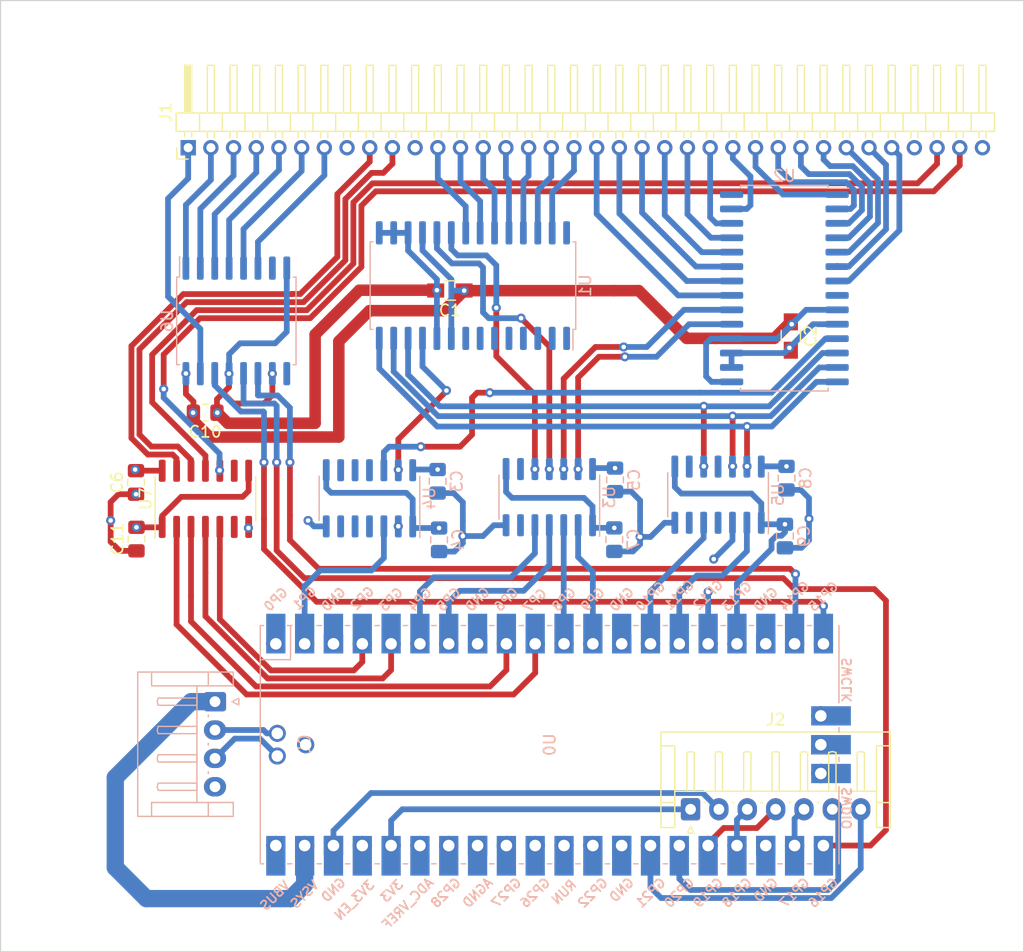
<source format=kicad_pcb>
(kicad_pcb (version 20171130) (host pcbnew "(5.1.9)-1")
  (layers (0 F.Cu signal) (1 PWRGND power) (2 MISC signal) (31 B.Cu signal) (34 B.Paste user) (35 F.Paste user) (36 B.SilkS user) (37 F.SilkS user) (38 B.Mask user) (39 F.Mask user) (44 Edge.Cuts user))
  (net 0 "")
  (net 1 KEY_ROW6)
  (net 2 "Net-(U0-Pad3)")
  (net 3 "Net-(U0-Pad8)")
  (net 4 "Net-(U0-Pad11)")
  (net 5 "Net-(U0-Pad12)")
  (net 6 "Net-(U0-Pad13)")
  (net 7 "Net-(U0-Pad18)")
  (net 8 "Net-(U0-Pad23)")
  (net 9 "Net-(U0-Pad28)")
  (net 10 "Net-(U0-Pad29)")
  (net 11 "Net-(U0-Pad31)")
  (net 12 "Net-(U0-Pad32)")
  (net 13 "Net-(U0-Pad33)")
  (net 14 "Net-(U0-Pad34)")
  (net 15 "Net-(U0-Pad35)")
  (net 16 "Net-(U0-Pad37)")
  (net 17 GNDPWR)
  (net 18 "Net-(U0-Pad40)")
  (net 19 "Net-(U0-Pad41)")
  (net 20 "Net-(U0-Pad42)")
  (net 21 "Net-(U0-Pad43)")
  (net 22 KEY_COL6)
  (net 23 KEY_COL5)
  (net 24 KEY_COL4)
  (net 25 KEY_COL3)
  (net 26 KEY_COL2)
  (net 27 KEY_COL1)
  (net 28 KEY_COL0)
  (net 29 KEY_COL7)
  (net 30 KEY_COL8)
  (net 31 KEY_COL9)
  (net 32 KEY_COL10)
  (net 33 KEY_COL11)
  (net 34 KEY_COL12)
  (net 35 KEY_COL13)
  (net 36 KEY_COL19)
  (net 37 KEY_COL18)
  (net 38 KEY_COL17)
  (net 39 KEY_COL16)
  (net 40 KEY_COL15)
  (net 41 KEY_COL14)
  (net 42 LED_SCL_ROW0)
  (net 43 LED_SDA_ROW0)
  (net 44 MAIN_VBUS)
  (net 45 USB_DP)
  (net 46 USB_DN)
  (net 47 IO_INT0)
  (net 48 IO_INT1)
  (net 49 IO_INT2)
  (net 50 IO_INT3)
  (net 51 KEY_ROW5)
  (net 52 KEY_ROW4)
  (net 53 KEY_ROW3)
  (net 54 KEY_ROW2)
  (net 55 KEY_ROW1)
  (net 56 KEY_ROW0)
  (net 57 "Net-(U0-Pad7)")
  (net 58 "Net-(U0-Pad6)")
  (net 59 PICO_33_REF)
  (net 60 KEY_COL20)
  (net 61 "Net-(J2-Pad1)")
  (net 62 "Net-(J2-Pad2)")
  (net 63 "Net-(J2-Pad3)")
  (net 64 "Net-(J2-Pad4)")
  (net 65 "Net-(J2-Pad7)")
  (net 66 "Net-(J2-Pad6)")
  (net 67 "Net-(J2-Pad5)")
  (net 68 "Net-(U0-Pad21)")
  (net 69 LED_SCL_STATUS0)
  (net 70 LED_SDA_STATUS0)
  (net 71 "Net-(U0-Pad30)")
  (net 72 "Net-(U0-Pad1)")
  (net 73 "Net-(U0-Pad2)")
  (net 74 SPI_CLK_PICO)
  (net 75 SPI_MOSI_PICO)
  (net 76 SPI_MISO_PICO)
  (net 77 "Net-(U0-Pad19)")
  (net 78 "Net-(U0-Pad20)")
  (net 79 SPI_MISO)
  (net 80 SPI_MOSI)
  (net 81 SPI_CLK)
  (net 82 IO_CS0)
  (net 83 IO_CS1)
  (net 84 LED_SCL_STATUS0_PICO)
  (net 85 LED_SDA_STATUS0_PICO)
  (net 86 LED_SCL_ROW0_PICO)
  (net 87 LED_SDA_ROW0_PICO)
  (net 88 "Net-(U1-Pad28)")
  (net 89 "Net-(U1-Pad8)")
  (net 90 "Net-(U2-Pad28)")
  (net 91 "Net-(U2-Pad8)")
  (net 92 "Net-(U3-Pad9)")
  (net 93 "Net-(U3-Pad6)")
  (net 94 "Net-(U4-Pad11)")
  (net 95 "Net-(U4-Pad10)")
  (net 96 "Net-(U4-Pad9)")
  (net 97 "Net-(U4-Pad6)")
  (net 98 "Net-(U4-Pad5)")
  (net 99 "Net-(U4-Pad4)")
  (net 100 "Net-(U5-Pad4)")
  (net 101 "Net-(U5-Pad6)")
  (net 102 "Net-(U5-Pad9)")
  (net 103 "Net-(U5-Pad11)")
  (net 104 "Net-(U6-Pad7)")
  (net 105 "Net-(U6-Pad9)")
  (net 106 "Net-(U7-Pad6)")
  (net 107 "Net-(U7-Pad9)")
  (net 108 "Net-(U1-Pad7)")
  (net 109 "Net-(U1-Pad6)")
  (net 110 "Net-(U1-Pad5)")
  (net 111 "Net-(U1-Pad4)")
  (net 112 "Net-(U1-Pad3)")
  (net 113 "Net-(U1-Pad2)")
  (net 114 "Net-(U1-Pad1)")
  (module Custom_pico:RPi_Pico_SMD_TH (layer B.Cu) (at 113.2586 80.4799 270)
    (fp_text reference U0 (at 10.5 25.5 270) (layer B.SilkS) (effects (justify mirror)))
    (fp_text value ~)
    (fp_text user GP1 (at -2.4 47.1 225) (layer B.SilkS) (effects (font (size 0.8 0.8)) (justify mirror)))
    (fp_text user GP2 (at -2.4 42.01 225) (layer B.SilkS) (effects (font (size 0.8 0.8)) (justify mirror)))
    (fp_text user GP0 (at -2.3 49.63 225) (layer B.SilkS) (effects (font (size 0.8 0.8)) (justify mirror)))
    (fp_text user GP3 (at -2.3 39.47 225) (layer B.SilkS) (effects (font (size 0.8 0.8)) (justify mirror)))
    (fp_text user GP4 (at -2.3 36.93 225) (layer B.SilkS) (effects (font (size 0.8 0.8)) (justify mirror)))
    (fp_text user GP5 (at -2.3 34.39 225) (layer B.SilkS) (effects (font (size 0.8 0.8)) (justify mirror)))
    (fp_text user GP6 (at -2.3 29.31 225) (layer B.SilkS) (effects (font (size 0.8 0.8)) (justify mirror)))
    (fp_text user GP7 (at -2.2 26.8 225) (layer B.SilkS) (effects (font (size 0.8 0.8)) (justify mirror)))
    (fp_text user GP8 (at -2.3 24.23 225) (layer B.SilkS) (effects (font (size 0.8 0.8)) (justify mirror)))
    (fp_text user GP9 (at -2.3 21.69 225) (layer B.SilkS) (effects (font (size 0.8 0.8)) (justify mirror)))
    (fp_text user GP10 (at -2.554 16.61 225) (layer B.SilkS) (effects (font (size 0.8 0.8)) (justify mirror)))
    (fp_text user GP11 (at -2.7 14.07 225) (layer B.SilkS) (effects (font (size 0.8 0.8)) (justify mirror)))
    (fp_text user GP12 (at -2.7 11.53 225) (layer B.SilkS) (effects (font (size 0.8 0.8)) (justify mirror)))
    (fp_text user GP13 (at -2.554 8.99 225) (layer B.SilkS) (effects (font (size 0.8 0.8)) (justify mirror)))
    (fp_text user GP14 (at -2.6 3.91 225) (layer B.SilkS) (effects (font (size 0.8 0.8)) (justify mirror)))
    (fp_text user GP15 (at -2.554 1.37 225) (layer B.SilkS) (effects (font (size 0.8 0.8)) (justify mirror)))
    (fp_text user GP16 (at 23.554 1.37 225) (layer B.SilkS) (effects (font (size 0.8 0.8)) (justify mirror)))
    (fp_text user GP17 (at 23.554 3.91 225) (layer B.SilkS) (effects (font (size 0.8 0.8)) (justify mirror)))
    (fp_text user GP18 (at 23.554 8.99 225) (layer B.SilkS) (effects (font (size 0.8 0.8)) (justify mirror)))
    (fp_text user GP19 (at 23.554 11.53 225) (layer B.SilkS) (effects (font (size 0.8 0.8)) (justify mirror)))
    (fp_text user GP20 (at 23.554 14.07 225) (layer B.SilkS) (effects (font (size 0.8 0.8)) (justify mirror)))
    (fp_text user GP21 (at 23.554 16.6 225) (layer B.SilkS) (effects (font (size 0.8 0.8)) (justify mirror)))
    (fp_text user GP22 (at 23.554 21.69 225) (layer B.SilkS) (effects (font (size 0.8 0.8)) (justify mirror)))
    (fp_text user RUN (at 23.5 24.23 225) (layer B.SilkS) (effects (font (size 0.8 0.8)) (justify mirror)))
    (fp_text user GP26 (at 23.554 26.77 225) (layer B.SilkS) (effects (font (size 0.8 0.8)) (justify mirror)))
    (fp_text user GP27 (at 23.554 29.3 225) (layer B.SilkS) (effects (font (size 0.8 0.8)) (justify mirror)))
    (fp_text user GP28 (at 23.554 34.644 225) (layer B.SilkS) (effects (font (size 0.8 0.8)) (justify mirror)))
    (fp_text user ADC_VREF (at 24.5 38 225) (layer B.SilkS) (effects (font (size 0.8 0.8)) (justify mirror)))
    (fp_text user 3V3 (at 23.4 39.4 225) (layer B.SilkS) (effects (font (size 0.8 0.8)) (justify mirror)))
    (fp_text user 3V3_EN (at 24.2 42.7 225) (layer B.SilkS) (effects (font (size 0.8 0.8)) (justify mirror)))
    (fp_text user VSYS (at 23.7 47.09 225) (layer B.SilkS) (effects (font (size 0.8 0.8)) (justify mirror)))
    (fp_text user VBUS (at 23.8 49.7 225) (layer B.SilkS) (effects (font (size 0.8 0.8)) (justify mirror)))
    (fp_text user GND (at -2.3 44.55 225) (layer B.SilkS) (effects (font (size 0.8 0.8)) (justify mirror)))
    (fp_text user GND (at -2.3 31.85 225) (layer B.SilkS) (effects (font (size 0.8 0.8)) (justify mirror)))
    (fp_text user GND (at -2.3 19.15 225) (layer B.SilkS) (effects (font (size 0.8 0.8)) (justify mirror)))
    (fp_text user GND (at -2.3 6.45 225) (layer B.SilkS) (effects (font (size 0.8 0.8)) (justify mirror)))
    (fp_text user GND (at 23.3 6.45 225) (layer B.SilkS) (effects (font (size 0.8 0.8)) (justify mirror)))
    (fp_text user GND (at 23.3 19.15 225) (layer B.SilkS) (effects (font (size 0.8 0.8)) (justify mirror)))
    (fp_text user GND (at 23.3 44.55 225) (layer B.SilkS) (effects (font (size 0.8 0.8)) (justify mirror)))
    (fp_text user AGND (at 23.554 31.85 225) (layer B.SilkS) (effects (font (size 0.8 0.8)) (justify mirror)))
    (fp_text user SWCLK (at 4.8 -0.7 270) (layer B.SilkS) (effects (font (size 0.8 0.8)) (justify mirror)))
    (fp_text user SWDIO (at 16.1 -0.7 270) (layer B.SilkS) (effects (font (size 0.8 0.8)) (justify mirror)))
    (pad 44 smd custom (at 10.5 47 90) (size 1.524 1.524) (layers B.Cu F.Paste F.Mask) (net 17 GNDPWR) (options (clearance outline) (anchor circle)) (primitives (gr_poly (pts (xy 0.5 0.5) (xy -0.5 0.5) (xy -0.5 -0.5) (xy 0.5 -0.5)) (width 0.1))))
    (pad 45 smd custom (at 11.5 49.5 90) (size 1.1 1.1) (layers B.Cu F.Paste F.Mask) (net 46 USB_DN) (options (clearance outline) (anchor circle)) (primitives (gr_poly (pts (xy 0.5 0.5) (xy -0.5 0.5) (xy -0.5 -0.5) (xy 0.5 -0.5)) (width 0.1))))
    (pad 46 smd custom (at 9.5 49.5 90) (size 1.1 1.1) (layers B.Cu F.Paste F.Mask) (net 45 USB_DP) (options (clearance outline) (anchor circle)) (primitives (gr_poly (pts (xy 0.5 0.5) (xy -0.5 0.5) (xy -0.5 -0.5) (xy 0.5 -0.5)) (width 0.1))))
    (pad 1 thru_hole oval (at 1.61 49.63 270) (size 1.7 1.7) (drill 1.02) (layers *.Cu *.Mask) (net 72 "Net-(U0-Pad1)"))
    (pad 2 thru_hole oval (at 1.61 47.09 270) (size 1.7 1.7) (drill 1.02) (layers *.Cu *.Mask) (net 73 "Net-(U0-Pad2)"))
    (pad 3 thru_hole rect (at 1.61 44.55 270) (size 1.7 1.7) (drill 1.02) (layers *.Cu *.Mask) (net 2 "Net-(U0-Pad3)"))
    (pad 4 thru_hole oval (at 1.61 42.01 270) (size 1.7 1.7) (drill 1.02) (layers *.Cu *.Mask) (net 84 LED_SCL_STATUS0_PICO))
    (pad 5 thru_hole oval (at 1.61 39.47 270) (size 1.7 1.7) (drill 1.02) (layers *.Cu *.Mask) (net 85 LED_SDA_STATUS0_PICO))
    (pad 6 thru_hole oval (at 1.61 36.93 270) (size 1.7 1.7) (drill 1.02) (layers *.Cu *.Mask) (net 58 "Net-(U0-Pad6)"))
    (pad 7 thru_hole oval (at 1.61 34.39 270) (size 1.7 1.7) (drill 1.02) (layers *.Cu *.Mask) (net 57 "Net-(U0-Pad7)"))
    (pad 8 thru_hole rect (at 1.61 31.85 270) (size 1.7 1.7) (drill 1.02) (layers *.Cu *.Mask) (net 3 "Net-(U0-Pad8)"))
    (pad 9 thru_hole oval (at 1.61 29.31 270) (size 1.7 1.7) (drill 1.02) (layers *.Cu *.Mask) (net 86 LED_SCL_ROW0_PICO))
    (pad 10 thru_hole oval (at 1.61 26.77 270) (size 1.7 1.7) (drill 1.02) (layers *.Cu *.Mask) (net 87 LED_SDA_ROW0_PICO))
    (pad 11 thru_hole oval (at 1.61 24.23 270) (size 1.7 1.7) (drill 1.02) (layers *.Cu *.Mask) (net 4 "Net-(U0-Pad11)"))
    (pad 12 thru_hole oval (at 1.61 21.69 270) (size 1.7 1.7) (drill 1.02) (layers *.Cu *.Mask) (net 5 "Net-(U0-Pad12)"))
    (pad 13 thru_hole rect (at 1.61 19.15 270) (size 1.7 1.7) (drill 1.02) (layers *.Cu *.Mask) (net 6 "Net-(U0-Pad13)"))
    (pad 14 thru_hole oval (at 1.61 16.61 270) (size 1.7 1.7) (drill 1.02) (layers *.Cu *.Mask) (net 74 SPI_CLK_PICO))
    (pad 15 thru_hole oval (at 1.61 14.07 270) (size 1.7 1.7) (drill 1.02) (layers *.Cu *.Mask) (net 75 SPI_MOSI_PICO))
    (pad 16 thru_hole oval (at 1.61 11.53 270) (size 1.7 1.7) (drill 1.02) (layers *.Cu *.Mask) (net 76 SPI_MISO_PICO))
    (pad 17 thru_hole oval (at 1.61 8.99 270) (size 1.7 1.7) (drill 1.02) (layers *.Cu *.Mask) (net 59 PICO_33_REF))
    (pad 18 thru_hole rect (at 1.61 6.45 270) (size 1.7 1.7) (drill 1.02) (layers *.Cu *.Mask) (net 7 "Net-(U0-Pad18)"))
    (pad 19 thru_hole oval (at 1.61 3.91 270) (size 1.7 1.7) (drill 1.02) (layers *.Cu *.Mask) (net 77 "Net-(U0-Pad19)"))
    (pad 20 thru_hole oval (at 1.61 1.37 270) (size 1.7 1.7) (drill 1.02) (layers *.Cu *.Mask) (net 78 "Net-(U0-Pad20)"))
    (pad 21 thru_hole oval (at 19.39 1.37 270) (size 1.7 1.7) (drill 1.02) (layers *.Cu *.Mask) (net 68 "Net-(U0-Pad21)"))
    (pad 22 thru_hole oval (at 19.39 3.91 270) (size 1.7 1.7) (drill 1.02) (layers *.Cu *.Mask) (net 67 "Net-(J2-Pad5)"))
    (pad 23 thru_hole rect (at 19.39 6.45 270) (size 1.7 1.7) (drill 1.02) (layers *.Cu *.Mask) (net 8 "Net-(U0-Pad23)"))
    (pad 24 thru_hole oval (at 19.39 8.99 270) (size 1.7 1.7) (drill 1.02) (layers *.Cu *.Mask) (net 63 "Net-(J2-Pad3)"))
    (pad 25 thru_hole oval (at 19.39 11.53 270) (size 1.7 1.7) (drill 1.02) (layers *.Cu *.Mask) (net 64 "Net-(J2-Pad4)"))
    (pad 26 thru_hole oval (at 19.39 14.07 270) (size 1.7 1.7) (drill 1.02) (layers *.Cu *.Mask) (net 66 "Net-(J2-Pad6)"))
    (pad 27 thru_hole oval (at 19.39 16.61 270) (size 1.7 1.7) (drill 1.02) (layers *.Cu *.Mask) (net 65 "Net-(J2-Pad7)"))
    (pad 28 thru_hole rect (at 19.39 19.15 270) (size 1.7 1.7) (drill 1.02) (layers *.Cu *.Mask) (net 9 "Net-(U0-Pad28)"))
    (pad 29 thru_hole oval (at 19.39 21.69 270) (size 1.7 1.7) (drill 1.02) (layers *.Cu *.Mask) (net 10 "Net-(U0-Pad29)"))
    (pad 30 thru_hole oval (at 19.39 24.23 270) (size 1.7 1.7) (drill 1.02) (layers *.Cu *.Mask) (net 71 "Net-(U0-Pad30)"))
    (pad 31 thru_hole oval (at 19.39 26.77 270) (size 1.7 1.7) (drill 1.02) (layers *.Cu *.Mask) (net 11 "Net-(U0-Pad31)"))
    (pad 32 thru_hole oval (at 19.39 29.31 270) (size 1.7 1.7) (drill 1.02) (layers *.Cu *.Mask) (net 12 "Net-(U0-Pad32)"))
    (pad 33 thru_hole rect (at 19.39 31.85 270) (size 1.7 1.7) (drill 1.02) (layers *.Cu *.Mask) (net 13 "Net-(U0-Pad33)"))
    (pad 34 thru_hole oval (at 19.39 34.39 270) (size 1.7 1.7) (drill 1.02) (layers *.Cu *.Mask) (net 14 "Net-(U0-Pad34)"))
    (pad 35 thru_hole oval (at 19.39 36.93 270) (size 1.7 1.7) (drill 1.02) (layers *.Cu *.Mask) (net 15 "Net-(U0-Pad35)"))
    (pad 36 thru_hole oval (at 19.39 39.47 270) (size 1.7 1.7) (drill 1.02) (layers *.Cu *.Mask) (net 61 "Net-(J2-Pad1)"))
    (pad 37 thru_hole oval (at 19.39 42.01 270) (size 1.7 1.7) (drill 1.02) (layers *.Cu *.Mask) (net 16 "Net-(U0-Pad37)"))
    (pad 38 thru_hole rect (at 19.39 44.55 270) (size 1.7 1.7) (drill 1.02) (layers *.Cu *.Mask) (net 62 "Net-(J2-Pad2)"))
    (pad 39 thru_hole oval (at 19.39 47.09 270) (size 1.7 1.7) (drill 1.02) (layers *.Cu *.Mask) (net 44 MAIN_VBUS))
    (pad 40 thru_hole oval (at 19.39 49.63 270) (size 1.7 1.7) (drill 1.02) (layers *.Cu *.Mask) (net 18 "Net-(U0-Pad40)"))
    (pad 1 smd rect (at 1.61 49.63 270) (size 3.5 1.7) (drill (offset -0.9 0)) (layers B.Cu B.Mask) (net 72 "Net-(U0-Pad1)"))
    (pad 2 smd rect (at 1.61 47.09 270) (size 3.5 1.7) (drill (offset -0.9 0)) (layers B.Cu B.Mask) (net 73 "Net-(U0-Pad2)"))
    (pad 3 smd rect (at 1.61 44.55 270) (size 3.5 1.7) (drill (offset -0.9 0)) (layers B.Cu B.Mask) (net 2 "Net-(U0-Pad3)"))
    (pad 4 smd rect (at 1.61 42.01 270) (size 3.5 1.7) (drill (offset -0.9 0)) (layers B.Cu B.Mask) (net 84 LED_SCL_STATUS0_PICO))
    (pad 5 smd rect (at 1.61 39.47 270) (size 3.5 1.7) (drill (offset -0.9 0)) (layers B.Cu B.Mask) (net 85 LED_SDA_STATUS0_PICO))
    (pad 6 smd rect (at 1.61 36.93 270) (size 3.5 1.7) (drill (offset -0.9 0)) (layers B.Cu B.Mask) (net 58 "Net-(U0-Pad6)"))
    (pad 7 smd rect (at 1.61 34.39 270) (size 3.5 1.7) (drill (offset -0.9 0)) (layers B.Cu B.Mask) (net 57 "Net-(U0-Pad7)"))
    (pad 8 smd rect (at 1.61 31.85 270) (size 3.5 1.7) (drill (offset -0.9 0)) (layers B.Cu B.Mask) (net 3 "Net-(U0-Pad8)"))
    (pad 9 smd rect (at 1.61 29.31 270) (size 3.5 1.7) (drill (offset -0.9 0)) (layers B.Cu B.Mask) (net 86 LED_SCL_ROW0_PICO))
    (pad 10 smd rect (at 1.61 26.77 270) (size 3.5 1.7) (drill (offset -0.9 0)) (layers B.Cu B.Mask) (net 87 LED_SDA_ROW0_PICO))
    (pad 11 smd rect (at 1.61 24.23 270) (size 3.5 1.7) (drill (offset -0.9 0)) (layers B.Cu B.Mask) (net 4 "Net-(U0-Pad11)"))
    (pad 12 smd rect (at 1.61 21.69 270) (size 3.5 1.7) (drill (offset -0.9 0)) (layers B.Cu B.Mask) (net 5 "Net-(U0-Pad12)"))
    (pad 13 smd rect (at 1.61 19.15 270) (size 3.5 1.7) (drill (offset -0.9 0)) (layers B.Cu B.Mask) (net 6 "Net-(U0-Pad13)"))
    (pad 14 smd rect (at 1.61 16.61 270) (size 3.5 1.7) (drill (offset -0.9 0)) (layers B.Cu B.Mask) (net 74 SPI_CLK_PICO))
    (pad 15 smd rect (at 1.61 14.07 270) (size 3.5 1.7) (drill (offset -0.9 0)) (layers B.Cu B.Mask) (net 75 SPI_MOSI_PICO))
    (pad 16 smd rect (at 1.61 11.53 270) (size 3.5 1.7) (drill (offset -0.9 0)) (layers B.Cu B.Mask) (net 76 SPI_MISO_PICO))
    (pad 17 smd rect (at 1.61 8.99 270) (size 3.5 1.7) (drill (offset -0.9 0)) (layers B.Cu B.Mask) (net 59 PICO_33_REF))
    (pad 18 smd rect (at 1.61 6.45 270) (size 3.5 1.7) (drill (offset -0.9 0)) (layers B.Cu B.Mask) (net 7 "Net-(U0-Pad18)"))
    (pad 19 smd rect (at 1.61 3.91 270) (size 3.5 1.7) (drill (offset -0.9 0)) (layers B.Cu B.Mask) (net 77 "Net-(U0-Pad19)"))
    (pad 20 smd rect (at 1.61 1.37 270) (size 3.5 1.7) (drill (offset -0.9 0)) (layers B.Cu B.Mask) (net 78 "Net-(U0-Pad20)"))
    (pad 40 smd rect (at 19.39 49.63 270) (size 3.5 1.7) (drill (offset 0.9 0)) (layers B.Cu B.Mask) (net 18 "Net-(U0-Pad40)"))
    (pad 39 smd rect (at 19.39 47.09 270) (size 3.5 1.7) (drill (offset 0.9 0)) (layers B.Cu B.Mask) (net 44 MAIN_VBUS))
    (pad 38 smd rect (at 19.39 44.55 270) (size 3.5 1.7) (drill (offset 0.9 0)) (layers B.Cu B.Mask) (net 62 "Net-(J2-Pad2)"))
    (pad 37 smd rect (at 19.39 42.01 270) (size 3.5 1.7) (drill (offset 0.9 0)) (layers B.Cu B.Mask) (net 16 "Net-(U0-Pad37)"))
    (pad 36 smd rect (at 19.39 39.47 270) (size 3.5 1.7) (drill (offset 0.9 0)) (layers B.Cu B.Mask) (net 61 "Net-(J2-Pad1)"))
    (pad 35 smd rect (at 19.39 36.93 270) (size 3.5 1.7) (drill (offset 0.9 0)) (layers B.Cu B.Mask) (net 15 "Net-(U0-Pad35)"))
    (pad 34 smd rect (at 19.39 34.39 270) (size 3.5 1.7) (drill (offset 0.9 0)) (layers B.Cu B.Mask) (net 14 "Net-(U0-Pad34)"))
    (pad 33 smd rect (at 19.39 31.85 270) (size 3.5 1.7) (drill (offset 0.9 0)) (layers B.Cu B.Mask) (net 13 "Net-(U0-Pad33)"))
    (pad 32 smd rect (at 19.39 29.31 270) (size 3.5 1.7) (drill (offset 0.9 0)) (layers B.Cu B.Mask) (net 12 "Net-(U0-Pad32)"))
    (pad 31 smd rect (at 19.39 26.77 270) (size 3.5 1.7) (drill (offset 0.9 0)) (layers B.Cu B.Mask) (net 11 "Net-(U0-Pad31)"))
    (pad 30 smd rect (at 19.39 24.23 270) (size 3.5 1.7) (drill (offset 0.9 0)) (layers B.Cu B.Mask) (net 71 "Net-(U0-Pad30)"))
    (pad 29 smd rect (at 19.39 21.69 270) (size 3.5 1.7) (drill (offset 0.9 0)) (layers B.Cu B.Mask) (net 10 "Net-(U0-Pad29)"))
    (pad 28 smd rect (at 19.39 19.15 270) (size 3.5 1.7) (drill (offset 0.9 0)) (layers B.Cu B.Mask) (net 9 "Net-(U0-Pad28)"))
    (pad 27 smd rect (at 19.39 16.61 270) (size 3.5 1.7) (drill (offset 0.9 0)) (layers B.Cu B.Mask) (net 65 "Net-(J2-Pad7)"))
    (pad 26 smd rect (at 19.39 14.07 270) (size 3.5 1.7) (drill (offset 0.9 0)) (layers B.Cu B.Mask) (net 66 "Net-(J2-Pad6)"))
    (pad 25 smd rect (at 19.39 11.53 270) (size 3.5 1.7) (drill (offset 0.9 0)) (layers B.Cu B.Mask) (net 64 "Net-(J2-Pad4)"))
    (pad 24 smd rect (at 19.39 8.99 270) (size 3.5 1.7) (drill (offset 0.9 0)) (layers B.Cu B.Mask) (net 63 "Net-(J2-Pad3)"))
    (pad 23 smd rect (at 19.39 6.45 270) (size 3.5 1.7) (drill (offset 0.9 0)) (layers B.Cu B.Mask) (net 8 "Net-(U0-Pad23)"))
    (pad 22 smd rect (at 19.39 3.91 270) (size 3.5 1.7) (drill (offset 0.9 0)) (layers B.Cu B.Mask) (net 67 "Net-(J2-Pad5)"))
    (pad 21 smd rect (at 19.39 1.37 270) (size 3.5 1.7) (drill (offset 0.9 0)) (layers B.Cu B.Mask) (net 68 "Net-(U0-Pad21)"))
    (pad "" np_thru_hole oval (at 7.775 49.5 270) (size 1.8 1.8) (drill 1.8) (layers *.Cu *.Mask))
    (pad "" np_thru_hole oval (at 13.225 49.5 270) (size 1.8 1.8) (drill 1.8) (layers *.Cu *.Mask))
    (pad "" np_thru_hole oval (at 8.075 46.47 270) (size 1.5 1.5) (drill 1.5) (layers *.Cu *.Mask))
    (pad "" np_thru_hole oval (at 12.925 46.47 270) (size 1.5 1.5) (drill 1.5) (layers *.Cu *.Mask))
    (pad 41 smd rect (at 7.96 1.6 180) (size 3.5 1.7) (drill (offset -0.9 0)) (layers B.Cu B.Mask) (net 19 "Net-(U0-Pad41)"))
    (pad 41 thru_hole oval (at 7.96 1.6 270) (size 1.7 1.7) (drill 1.02) (layers *.Cu *.Mask) (net 19 "Net-(U0-Pad41)"))
    (pad 42 smd rect (at 10.5 1.6 180) (size 3.5 1.7) (drill (offset -0.9 0)) (layers B.Cu B.Mask) (net 20 "Net-(U0-Pad42)"))
    (pad 42 thru_hole rect (at 10.5 1.6 270) (size 1.7 1.7) (drill 1.02) (layers *.Cu *.Mask) (net 20 "Net-(U0-Pad42)"))
    (pad 43 smd rect (at 13.04 1.6 180) (size 3.5 1.7) (drill (offset -0.9 0)) (layers B.Cu B.Mask) (net 21 "Net-(U0-Pad43)"))
    (pad 43 thru_hole oval (at 13.04 1.6 270) (size 1.7 1.7) (drill 1.02) (layers *.Cu *.Mask) (net 21 "Net-(U0-Pad43)"))
    (pad 46 thru_hole circle (at 9.5 49.5 90) (size 1.5 1.5) (drill 1.02) (layers *.Cu *.Mask) (net 45 USB_DP))
    (pad 45 thru_hole circle (at 11.5 49.5 90) (size 1.5 1.5) (drill 1.02) (layers *.Cu *.Mask) (net 46 USB_DN))
    (pad 44 thru_hole custom (at 10.5 47 90) (size 1.5 1.5) (drill 1.02) (layers *.Cu *.Mask) (net 17 GNDPWR) (options (clearance outline) (anchor circle)) (primitives (gr_poly (pts (xy 0.5 0.5) (xy -0.5 0.5) (xy -0.5 -0.5) (xy 0.5 -0.5)) (width 0.1))))
  )
  (module Connector_JST:JST_EH_S7B-EH_1x07_P2.50mm_Horizontal (layer F.Cu) (at 100.1776 96.6724)
    (fp_text reference J2 (at 7.5 -7.9) (layer F.SilkS))
    (fp_text value Conn_01x04)
    (pad 7 thru_hole oval (at 15 0) (size 1.7 1.95) (drill 0.95) (layers *.Cu *.Mask) (net 65 "Net-(J2-Pad7)"))
    (pad 6 thru_hole oval (at 12.5 0) (size 1.7 1.95) (drill 0.95) (layers *.Cu *.Mask) (net 66 "Net-(J2-Pad6)"))
    (pad 5 thru_hole oval (at 10 0) (size 1.7 1.95) (drill 0.95) (layers *.Cu *.Mask) (net 67 "Net-(J2-Pad5)"))
    (pad 4 thru_hole oval (at 7.5 0) (size 1.7 1.95) (drill 0.95) (layers *.Cu *.Mask) (net 64 "Net-(J2-Pad4)"))
    (pad 3 thru_hole oval (at 5 0) (size 1.7 1.95) (drill 0.95) (layers *.Cu *.Mask) (net 63 "Net-(J2-Pad3)"))
    (pad 2 thru_hole oval (at 2.5 0) (size 1.7 1.95) (drill 0.95) (layers *.Cu *.Mask) (net 62 "Net-(J2-Pad2)"))
    (pad 1 thru_hole roundrect (at 0 0) (size 1.7 1.95) (drill 0.95) (layers *.Cu *.Mask) (roundrect_rratio 0.1470588235294118) (net 61 "Net-(J2-Pad1)"))
  )
  (module Package_SO:SOIC-28W_7.5x17.9mm_P1.27mm (layer B.Cu) (at 108.4453 50.7492 180)
    (fp_text reference U2 (at 0 9.9 180) (layer B.SilkS) (effects (justify mirror)))
    (fp_text value MCP23S17-E/SO)
    (pad 28 smd roundrect (at 4.65 8.255 180) (size 2.05 0.6) (layers B.Cu B.Paste B.Mask) (net 90 "Net-(U2-Pad28)"))
    (pad 27 smd roundrect (at 4.65 6.985 180) (size 2.05 0.6) (layers B.Cu B.Paste B.Mask) (net 35 KEY_COL13))
    (pad 26 smd roundrect (at 4.65 5.715 180) (size 2.05 0.6) (layers B.Cu B.Paste B.Mask) (net 34 KEY_COL12))
    (pad 25 smd roundrect (at 4.65 4.445 180) (size 2.05 0.6) (layers B.Cu B.Paste B.Mask) (net 33 KEY_COL11))
    (pad 24 smd roundrect (at 4.65 3.175 180) (size 2.05 0.6) (layers B.Cu B.Paste B.Mask) (net 32 KEY_COL10))
    (pad 23 smd roundrect (at 4.65 1.905 180) (size 2.05 0.6) (layers B.Cu B.Paste B.Mask) (net 31 KEY_COL9))
    (pad 22 smd roundrect (at 4.65 0.635 180) (size 2.05 0.6) (layers B.Cu B.Paste B.Mask) (net 30 KEY_COL8))
    (pad 21 smd roundrect (at 4.65 -0.635 180) (size 2.05 0.6) (layers B.Cu B.Paste B.Mask) (net 29 KEY_COL7))
    (pad 20 smd roundrect (at 4.65 -1.905 180) (size 2.05 0.6) (layers B.Cu B.Paste B.Mask) (net 49 IO_INT2))
    (pad 19 smd roundrect (at 4.65 -3.175 180) (size 2.05 0.6) (layers B.Cu B.Paste B.Mask) (net 50 IO_INT3))
    (pad 18 smd roundrect (at 4.65 -4.445 180) (size 2.05 0.6) (layers B.Cu B.Paste B.Mask) (net 44 MAIN_VBUS))
    (pad 17 smd roundrect (at 4.65 -5.715 180) (size 2.05 0.6) (layers B.Cu B.Paste B.Mask) (net 17 GNDPWR))
    (pad 16 smd roundrect (at 4.65 -6.985 180) (size 2.05 0.6) (layers B.Cu B.Paste B.Mask) (net 17 GNDPWR))
    (pad 15 smd roundrect (at 4.65 -8.255 180) (size 2.05 0.6) (layers B.Cu B.Paste B.Mask) (net 44 MAIN_VBUS))
    (pad 14 smd roundrect (at -4.65 -8.255 180) (size 2.05 0.6) (layers B.Cu B.Paste B.Mask) (net 79 SPI_MISO))
    (pad 13 smd roundrect (at -4.65 -6.985 180) (size 2.05 0.6) (layers B.Cu B.Paste B.Mask) (net 80 SPI_MOSI))
    (pad 12 smd roundrect (at -4.65 -5.715 180) (size 2.05 0.6) (layers B.Cu B.Paste B.Mask) (net 81 SPI_CLK))
    (pad 11 smd roundrect (at -4.65 -4.445 180) (size 2.05 0.6) (layers B.Cu B.Paste B.Mask) (net 83 IO_CS1))
    (pad 10 smd roundrect (at -4.65 -3.175 180) (size 2.05 0.6) (layers B.Cu B.Paste B.Mask) (net 17 GNDPWR))
    (pad 9 smd roundrect (at -4.65 -1.905 180) (size 2.05 0.6) (layers B.Cu B.Paste B.Mask) (net 44 MAIN_VBUS))
    (pad 8 smd roundrect (at -4.65 -0.635 180) (size 2.05 0.6) (layers B.Cu B.Paste B.Mask) (net 91 "Net-(U2-Pad8)"))
    (pad 7 smd roundrect (at -4.65 0.635 180) (size 2.05 0.6) (layers B.Cu B.Paste B.Mask) (net 60 KEY_COL20))
    (pad 6 smd roundrect (at -4.65 1.905 180) (size 2.05 0.6) (layers B.Cu B.Paste B.Mask) (net 36 KEY_COL19))
    (pad 5 smd roundrect (at -4.65 3.175 180) (size 2.05 0.6) (layers B.Cu B.Paste B.Mask) (net 37 KEY_COL18))
    (pad 4 smd roundrect (at -4.65 4.445 180) (size 2.05 0.6) (layers B.Cu B.Paste B.Mask) (net 38 KEY_COL17))
    (pad 3 smd roundrect (at -4.65 5.715 180) (size 2.05 0.6) (layers B.Cu B.Paste B.Mask) (net 39 KEY_COL16))
    (pad 2 smd roundrect (at -4.65 6.985 180) (size 2.05 0.6) (layers B.Cu B.Paste B.Mask) (net 40 KEY_COL15))
    (pad 1 smd roundrect (at -4.65 8.255 180) (size 2.05 0.6) (layers B.Cu B.Paste B.Mask) (net 41 KEY_COL14))
  )
  (module Capacitors_SMD:C_0805_HandSoldering (layer F.Cu) (at 78.9686 50.9524 180)
    (fp_text reference C1 (at 0 -1.75) (layer F.SilkS))
    (fp_text value 0805B104K100CT)
    (pad 2 smd rect (at 1.25 0 180) (size 1.5 1.25) (layers F.Cu F.Paste F.Mask) (net 17 GNDPWR))
    (pad 1 smd rect (at -1.25 0 180) (size 1.5 1.25) (layers F.Cu F.Paste F.Mask) (net 44 MAIN_VBUS))
  )
  (module Capacitors_SMD:C_0805_HandSoldering (layer F.Cu) (at 109.0168 54.9656 270)
    (fp_text reference C2 (at 0 -1.75 90) (layer F.SilkS))
    (fp_text value 0805B104K100CT)
    (pad 2 smd rect (at 1.25 0 270) (size 1.5 1.25) (layers F.Cu F.Paste F.Mask) (net 17 GNDPWR))
    (pad 1 smd rect (at -1.25 0 270) (size 1.5 1.25) (layers F.Cu F.Paste F.Mask) (net 44 MAIN_VBUS))
  )
  (module Connector_JST:JST_EH_S4B-EH_1x04_P2.50mm_Horizontal (layer B.Cu) (at 58.2676 87.1874 270)
    (fp_text reference J0 (at 3.75 -7.9 90) (layer B.SilkS))
    (fp_text value Conn_01x04)
    (pad 4 thru_hole oval (at 7.5 0 270) (size 1.7 1.95) (drill 0.95) (layers *.Cu *.Mask) (net 17 GNDPWR))
    (pad 3 thru_hole oval (at 5 0 270) (size 1.7 1.95) (drill 0.95) (layers *.Cu *.Mask) (net 46 USB_DN))
    (pad 2 thru_hole oval (at 2.5 0 270) (size 1.7 1.95) (drill 0.95) (layers *.Cu *.Mask) (net 45 USB_DP))
    (pad 1 thru_hole roundrect (at 0 0 270) (size 1.7 1.95) (drill 0.95) (layers *.Cu *.Mask) (roundrect_rratio 0.1470588235294118) (net 44 MAIN_VBUS))
  )
  (module Package_SO:SOIC-28W_7.5x17.9mm_P1.27mm (layer B.Cu) (at 81.0006 50.5206 90)
    (fp_text reference U1 (at 0 9.9 90) (layer B.SilkS) (effects (justify mirror)))
    (fp_text value MCP23S17-E/SO)
    (pad 28 smd roundrect (at 4.65 8.255 90) (size 2.05 0.6) (layers B.Cu B.Paste B.Mask) (net 88 "Net-(U1-Pad28)"))
    (pad 27 smd roundrect (at 4.65 6.985 90) (size 2.05 0.6) (layers B.Cu B.Paste B.Mask) (net 22 KEY_COL6))
    (pad 26 smd roundrect (at 4.65 5.715 90) (size 2.05 0.6) (layers B.Cu B.Paste B.Mask) (net 23 KEY_COL5))
    (pad 25 smd roundrect (at 4.65 4.445 90) (size 2.05 0.6) (layers B.Cu B.Paste B.Mask) (net 24 KEY_COL4))
    (pad 24 smd roundrect (at 4.65 3.175 90) (size 2.05 0.6) (layers B.Cu B.Paste B.Mask) (net 25 KEY_COL3))
    (pad 23 smd roundrect (at 4.65 1.905 90) (size 2.05 0.6) (layers B.Cu B.Paste B.Mask) (net 26 KEY_COL2))
    (pad 22 smd roundrect (at 4.65 0.635 90) (size 2.05 0.6) (layers B.Cu B.Paste B.Mask) (net 27 KEY_COL1))
    (pad 21 smd roundrect (at 4.65 -0.635 90) (size 2.05 0.6) (layers B.Cu B.Paste B.Mask) (net 28 KEY_COL0))
    (pad 20 smd roundrect (at 4.65 -1.905 90) (size 2.05 0.6) (layers B.Cu B.Paste B.Mask) (net 47 IO_INT0))
    (pad 19 smd roundrect (at 4.65 -3.175 90) (size 2.05 0.6) (layers B.Cu B.Paste B.Mask) (net 48 IO_INT1))
    (pad 18 smd roundrect (at 4.65 -4.445 90) (size 2.05 0.6) (layers B.Cu B.Paste B.Mask) (net 44 MAIN_VBUS))
    (pad 17 smd roundrect (at 4.65 -5.715 90) (size 2.05 0.6) (layers B.Cu B.Paste B.Mask) (net 17 GNDPWR))
    (pad 16 smd roundrect (at 4.65 -6.985 90) (size 2.05 0.6) (layers B.Cu B.Paste B.Mask) (net 17 GNDPWR))
    (pad 15 smd roundrect (at 4.65 -8.255 90) (size 2.05 0.6) (layers B.Cu B.Paste B.Mask) (net 17 GNDPWR))
    (pad 14 smd roundrect (at -4.65 -8.255 90) (size 2.05 0.6) (layers B.Cu B.Paste B.Mask) (net 79 SPI_MISO))
    (pad 13 smd roundrect (at -4.65 -6.985 90) (size 2.05 0.6) (layers B.Cu B.Paste B.Mask) (net 80 SPI_MOSI))
    (pad 12 smd roundrect (at -4.65 -5.715 90) (size 2.05 0.6) (layers B.Cu B.Paste B.Mask) (net 81 SPI_CLK))
    (pad 11 smd roundrect (at -4.65 -4.445 90) (size 2.05 0.6) (layers B.Cu B.Paste B.Mask) (net 82 IO_CS0))
    (pad 10 smd roundrect (at -4.65 -3.175 90) (size 2.05 0.6) (layers B.Cu B.Paste B.Mask) (net 17 GNDPWR))
    (pad 9 smd roundrect (at -4.65 -1.905 90) (size 2.05 0.6) (layers B.Cu B.Paste B.Mask) (net 44 MAIN_VBUS))
    (pad 8 smd roundrect (at -4.65 -0.635 90) (size 2.05 0.6) (layers B.Cu B.Paste B.Mask) (net 89 "Net-(U1-Pad8)"))
    (pad 7 smd roundrect (at -4.65 0.635 90) (size 2.05 0.6) (layers B.Cu B.Paste B.Mask) (net 108 "Net-(U1-Pad7)"))
    (pad 6 smd roundrect (at -4.65 1.905 90) (size 2.05 0.6) (layers B.Cu B.Paste B.Mask) (net 109 "Net-(U1-Pad6)"))
    (pad 5 smd roundrect (at -4.65 3.175 90) (size 2.05 0.6) (layers B.Cu B.Paste B.Mask) (net 110 "Net-(U1-Pad5)"))
    (pad 4 smd roundrect (at -4.65 4.445 90) (size 2.05 0.6) (layers B.Cu B.Paste B.Mask) (net 111 "Net-(U1-Pad4)"))
    (pad 3 smd roundrect (at -4.65 5.715 90) (size 2.05 0.6) (layers B.Cu B.Paste B.Mask) (net 112 "Net-(U1-Pad3)"))
    (pad 2 smd roundrect (at -4.65 6.985 90) (size 2.05 0.6) (layers B.Cu B.Paste B.Mask) (net 113 "Net-(U1-Pad2)"))
    (pad 1 smd roundrect (at -4.65 8.255 90) (size 2.05 0.6) (layers B.Cu B.Paste B.Mask) (net 114 "Net-(U1-Pad1)"))
  )
  (module Package_SO:SOIC-14_3.9x8.7mm_P1.27mm (layer B.Cu) (at 87.7316 69.1642 90)
    (fp_text reference U3 (at 0 5.28 270) (layer B.SilkS) (effects (justify mirror)))
    (fp_text value TXB0104D)
    (pad 14 smd roundrect (at 2.475 3.81 90) (size 1.95 0.6) (layers B.Cu B.Paste B.Mask) (net 44 MAIN_VBUS))
    (pad 13 smd roundrect (at 2.475 2.54 90) (size 1.95 0.6) (layers B.Cu B.Paste B.Mask) (net 50 IO_INT3))
    (pad 12 smd roundrect (at 2.475 1.27 90) (size 1.95 0.6) (layers B.Cu B.Paste B.Mask) (net 49 IO_INT2))
    (pad 11 smd roundrect (at 2.475 0 90) (size 1.95 0.6) (layers B.Cu B.Paste B.Mask) (net 48 IO_INT1))
    (pad 10 smd roundrect (at 2.475 -1.27 90) (size 1.95 0.6) (layers B.Cu B.Paste B.Mask) (net 47 IO_INT0))
    (pad 9 smd roundrect (at 2.475 -2.54 90) (size 1.95 0.6) (layers B.Cu B.Paste B.Mask) (net 92 "Net-(U3-Pad9)"))
    (pad 8 smd roundrect (at 2.475 -3.81 90) (size 1.95 0.6) (layers B.Cu B.Paste B.Mask) (net 59 PICO_33_REF))
    (pad 7 smd roundrect (at -2.475 -3.81 90) (size 1.95 0.6) (layers B.Cu B.Paste B.Mask) (net 17 GNDPWR))
    (pad 6 smd roundrect (at -2.475 -2.54 90) (size 1.95 0.6) (layers B.Cu B.Paste B.Mask) (net 93 "Net-(U3-Pad6)"))
    (pad 5 smd roundrect (at -2.475 -1.27 90) (size 1.95 0.6) (layers B.Cu B.Paste B.Mask) (net 58 "Net-(U0-Pad6)"))
    (pad 4 smd roundrect (at -2.475 0 90) (size 1.95 0.6) (layers B.Cu B.Paste B.Mask) (net 57 "Net-(U0-Pad7)"))
    (pad 3 smd roundrect (at -2.475 1.27 90) (size 1.95 0.6) (layers B.Cu B.Paste B.Mask) (net 4 "Net-(U0-Pad11)"))
    (pad 2 smd roundrect (at -2.475 2.54 90) (size 1.95 0.6) (layers B.Cu B.Paste B.Mask) (net 5 "Net-(U0-Pad12)"))
    (pad 1 smd roundrect (at -2.475 3.81 90) (size 1.95 0.6) (layers B.Cu B.Paste B.Mask) (net 59 PICO_33_REF))
  )
  (module Capacitor_SMD:C_0805_2012Metric_Pad1.18x1.45mm_HandSolder (layer B.Cu) (at 93.5228 67.6402 90)
    (fp_text reference C5 (at 0 1.68 90) (layer B.SilkS) (effects (justify mirror)))
    (fp_text value 0805B101K100CT)
    (pad 2 smd roundrect (at 1.0375 0 90) (size 1.175 1.45) (layers B.Cu B.Paste B.Mask) (roundrect_rratio 0.2127659574468085) (net 44 MAIN_VBUS))
    (pad 1 smd roundrect (at -1.0375 0 90) (size 1.175 1.45) (layers B.Cu B.Paste B.Mask) (roundrect_rratio 0.2127659574468085) (net 17 GNDPWR))
  )
  (module Capacitor_SMD:C_0805_2012Metric_Pad1.18x1.45mm_HandSolder (layer B.Cu) (at 93.4593 72.9107 90)
    (fp_text reference C7 (at 0 1.68 270) (layer B.SilkS) (effects (justify mirror)))
    (fp_text value 0805B101K100CT)
    (pad 2 smd roundrect (at 1.0375 0 90) (size 1.175 1.45) (layers B.Cu B.Paste B.Mask) (roundrect_rratio 0.2127659574468085) (net 59 PICO_33_REF))
    (pad 1 smd roundrect (at -1.0375 0 90) (size 1.175 1.45) (layers B.Cu B.Paste B.Mask) (roundrect_rratio 0.2127659574468085) (net 17 GNDPWR))
  )
  (module Capacitor_SMD:C_0805_2012Metric_Pad1.18x1.45mm_HandSolder (layer B.Cu) (at 77.8891 67.7672 90)
    (fp_text reference C3 (at 0 1.68 90) (layer B.SilkS) (effects (justify mirror)))
    (fp_text value 0805B101K100CT)
    (pad 2 smd roundrect (at 1.0375 0 90) (size 1.175 1.45) (layers B.Cu B.Paste B.Mask) (roundrect_rratio 0.2127659574468085) (net 44 MAIN_VBUS))
    (pad 1 smd roundrect (at -1.0375 0 90) (size 1.175 1.45) (layers B.Cu B.Paste B.Mask) (roundrect_rratio 0.2127659574468085) (net 17 GNDPWR))
  )
  (module Capacitor_SMD:C_0805_2012Metric_Pad1.18x1.45mm_HandSolder (layer B.Cu) (at 78.0161 72.9234 90)
    (fp_text reference C4 (at 0 1.68 90) (layer B.SilkS) (effects (justify mirror)))
    (fp_text value 0805B101K100CT)
    (pad 1 smd roundrect (at -1.0375 0 90) (size 1.175 1.45) (layers B.Cu B.Paste B.Mask) (roundrect_rratio 0.2127659574468085) (net 17 GNDPWR))
    (pad 2 smd roundrect (at 1.0375 0 90) (size 1.175 1.45) (layers B.Cu B.Paste B.Mask) (roundrect_rratio 0.2127659574468085) (net 59 PICO_33_REF))
  )
  (module Capacitor_SMD:C_0805_2012Metric_Pad1.18x1.45mm_HandSolder (layer B.Cu) (at 108.6358 67.4878 90)
    (fp_text reference C8 (at 0 1.68 270) (layer B.SilkS) (effects (justify mirror)))
    (fp_text value 0805B101K100CT)
    (pad 1 smd roundrect (at -1.0375 0 90) (size 1.175 1.45) (layers B.Cu B.Paste B.Mask) (roundrect_rratio 0.2127659574468085) (net 17 GNDPWR))
    (pad 2 smd roundrect (at 1.0375 0 90) (size 1.175 1.45) (layers B.Cu B.Paste B.Mask) (roundrect_rratio 0.2127659574468085) (net 44 MAIN_VBUS))
  )
  (module Capacitor_SMD:C_0805_2012Metric_Pad1.18x1.45mm_HandSolder (layer B.Cu) (at 108.4961 72.5932 90)
    (fp_text reference C9 (at 0 1.68 270) (layer B.SilkS) (effects (justify mirror)))
    (fp_text value 0805B101K100CT)
    (pad 2 smd roundrect (at 1.0375 0 90) (size 1.175 1.45) (layers B.Cu B.Paste B.Mask) (roundrect_rratio 0.2127659574468085) (net 59 PICO_33_REF))
    (pad 1 smd roundrect (at -1.0375 0 90) (size 1.175 1.45) (layers B.Cu B.Paste B.Mask) (roundrect_rratio 0.2127659574468085) (net 17 GNDPWR))
  )
  (module Package_SO:SOIC-14_3.9x8.7mm_P1.27mm (layer B.Cu) (at 71.882 69.2658 90)
    (fp_text reference U4 (at 0 5.28 90) (layer B.SilkS) (effects (justify mirror)))
    (fp_text value TXB0104D)
    (pad 14 smd roundrect (at 2.475 3.81 90) (size 1.95 0.6) (layers B.Cu B.Paste B.Mask) (net 44 MAIN_VBUS))
    (pad 13 smd roundrect (at 2.475 2.54 90) (size 1.95 0.6) (layers B.Cu B.Paste B.Mask) (net 82 IO_CS0))
    (pad 12 smd roundrect (at 2.475 1.27 90) (size 1.95 0.6) (layers B.Cu B.Paste B.Mask) (net 83 IO_CS1))
    (pad 11 smd roundrect (at 2.475 0 90) (size 1.95 0.6) (layers B.Cu B.Paste B.Mask) (net 94 "Net-(U4-Pad11)"))
    (pad 10 smd roundrect (at 2.475 -1.27 90) (size 1.95 0.6) (layers B.Cu B.Paste B.Mask) (net 95 "Net-(U4-Pad10)"))
    (pad 9 smd roundrect (at 2.475 -2.54 90) (size 1.95 0.6) (layers B.Cu B.Paste B.Mask) (net 96 "Net-(U4-Pad9)"))
    (pad 8 smd roundrect (at 2.475 -3.81 90) (size 1.95 0.6) (layers B.Cu B.Paste B.Mask) (net 59 PICO_33_REF))
    (pad 7 smd roundrect (at -2.475 -3.81 90) (size 1.95 0.6) (layers B.Cu B.Paste B.Mask) (net 17 GNDPWR))
    (pad 6 smd roundrect (at -2.475 -2.54 90) (size 1.95 0.6) (layers B.Cu B.Paste B.Mask) (net 97 "Net-(U4-Pad6)"))
    (pad 5 smd roundrect (at -2.475 -1.27 90) (size 1.95 0.6) (layers B.Cu B.Paste B.Mask) (net 98 "Net-(U4-Pad5)"))
    (pad 4 smd roundrect (at -2.475 0 90) (size 1.95 0.6) (layers B.Cu B.Paste B.Mask) (net 99 "Net-(U4-Pad4)"))
    (pad 3 smd roundrect (at -2.475 1.27 90) (size 1.95 0.6) (layers B.Cu B.Paste B.Mask) (net 73 "Net-(U0-Pad2)"))
    (pad 2 smd roundrect (at -2.475 2.54 90) (size 1.95 0.6) (layers B.Cu B.Paste B.Mask) (net 72 "Net-(U0-Pad1)"))
    (pad 1 smd roundrect (at -2.475 3.81 90) (size 1.95 0.6) (layers B.Cu B.Paste B.Mask) (net 59 PICO_33_REF))
  )
  (module Package_SO:SOIC-14_3.9x8.7mm_P1.27mm (layer B.Cu) (at 102.6033 68.9483 90)
    (fp_text reference U5 (at 0 5.28 90) (layer B.SilkS) (effects (justify mirror)))
    (fp_text value TXS0104ED)
    (pad 1 smd roundrect (at -2.475 3.81 90) (size 1.95 0.6) (layers B.Cu B.Paste B.Mask) (net 59 PICO_33_REF))
    (pad 2 smd roundrect (at -2.475 2.54 90) (size 1.95 0.6) (layers B.Cu B.Paste B.Mask) (net 75 SPI_MOSI_PICO))
    (pad 3 smd roundrect (at -2.475 1.27 90) (size 1.95 0.6) (layers B.Cu B.Paste B.Mask) (net 76 SPI_MISO_PICO))
    (pad 4 smd roundrect (at -2.475 0 90) (size 1.95 0.6) (layers B.Cu B.Paste B.Mask) (net 100 "Net-(U5-Pad4)"))
    (pad 5 smd roundrect (at -2.475 -1.27 90) (size 1.95 0.6) (layers B.Cu B.Paste B.Mask) (net 74 SPI_CLK_PICO))
    (pad 6 smd roundrect (at -2.475 -2.54 90) (size 1.95 0.6) (layers B.Cu B.Paste B.Mask) (net 101 "Net-(U5-Pad6)"))
    (pad 7 smd roundrect (at -2.475 -3.81 90) (size 1.95 0.6) (layers B.Cu B.Paste B.Mask) (net 17 GNDPWR))
    (pad 8 smd roundrect (at 2.475 -3.81 90) (size 1.95 0.6) (layers B.Cu B.Paste B.Mask) (net 59 PICO_33_REF))
    (pad 9 smd roundrect (at 2.475 -2.54 90) (size 1.95 0.6) (layers B.Cu B.Paste B.Mask) (net 102 "Net-(U5-Pad9)"))
    (pad 10 smd roundrect (at 2.475 -1.27 90) (size 1.95 0.6) (layers B.Cu B.Paste B.Mask) (net 81 SPI_CLK))
    (pad 11 smd roundrect (at 2.475 0 90) (size 1.95 0.6) (layers B.Cu B.Paste B.Mask) (net 103 "Net-(U5-Pad11)"))
    (pad 12 smd roundrect (at 2.475 1.27 90) (size 1.95 0.6) (layers B.Cu B.Paste B.Mask) (net 80 SPI_MOSI))
    (pad 13 smd roundrect (at 2.475 2.54 90) (size 1.95 0.6) (layers B.Cu B.Paste B.Mask) (net 79 SPI_MISO))
    (pad 14 smd roundrect (at 2.475 3.81 90) (size 1.95 0.6) (layers B.Cu B.Paste B.Mask) (net 44 MAIN_VBUS))
  )
  (module Capacitor_SMD:C_0805_2012Metric_Pad1.18x1.45mm_HandSolder (layer F.Cu) (at 57.404 61.722 180)
    (fp_text reference C10 (at 0 -1.68 180) (layer F.SilkS))
    (fp_text value 0805B101K100CT)
    (pad 1 smd roundrect (at -1.0375 0 180) (size 1.175 1.45) (layers F.Cu F.Paste F.Mask) (roundrect_rratio 0.212766) (net 17 GNDPWR))
    (pad 2 smd roundrect (at 1.0375 0 180) (size 1.175 1.45) (layers F.Cu F.Paste F.Mask) (roundrect_rratio 0.212766) (net 44 MAIN_VBUS))
  )
  (module Package_SO:SOIC-16W_7.5x10.3mm_P1.27mm (layer B.Cu) (at 60.149301 53.630801 270)
    (fp_text reference U6 (at 0 6.1 90) (layer B.SilkS) (effects (justify mirror)))
    (fp_text value SN74HC595DW)
    (pad 1 smd roundrect (at -4.65 4.445 270) (size 2.05 0.6) (layers B.Cu B.Paste B.Mask) (net 55 KEY_ROW1))
    (pad 2 smd roundrect (at -4.65 3.175 270) (size 2.05 0.6) (layers B.Cu B.Paste B.Mask) (net 54 KEY_ROW2))
    (pad 3 smd roundrect (at -4.65 1.905 270) (size 2.05 0.6) (layers B.Cu B.Paste B.Mask) (net 53 KEY_ROW3))
    (pad 4 smd roundrect (at -4.65 0.635 270) (size 2.05 0.6) (layers B.Cu B.Paste B.Mask) (net 52 KEY_ROW4))
    (pad 5 smd roundrect (at -4.65 -0.635 270) (size 2.05 0.6) (layers B.Cu B.Paste B.Mask) (net 51 KEY_ROW5))
    (pad 6 smd roundrect (at -4.65 -1.905 270) (size 2.05 0.6) (layers B.Cu B.Paste B.Mask) (net 1 KEY_ROW6))
    (pad 7 smd roundrect (at -4.65 -3.175 270) (size 2.05 0.6) (layers B.Cu B.Paste B.Mask) (net 104 "Net-(U6-Pad7)"))
    (pad 8 smd roundrect (at -4.65 -4.445 270) (size 2.05 0.6) (layers B.Cu B.Paste B.Mask) (net 17 GNDPWR))
    (pad 9 smd roundrect (at 4.65 -4.445 270) (size 2.05 0.6) (layers B.Cu B.Paste B.Mask) (net 105 "Net-(U6-Pad9)"))
    (pad 10 smd roundrect (at 4.65 -3.175 270) (size 2.05 0.6) (layers B.Cu B.Paste B.Mask) (net 17 GNDPWR))
    (pad 11 smd roundrect (at 4.65 -1.905 270) (size 2.05 0.6) (layers B.Cu B.Paste B.Mask) (net 77 "Net-(U0-Pad19)"))
    (pad 12 smd roundrect (at 4.65 -0.635 270) (size 2.05 0.6) (layers B.Cu B.Paste B.Mask) (net 68 "Net-(U0-Pad21)"))
    (pad 13 smd roundrect (at 4.65 0.635 270) (size 2.05 0.6) (layers B.Cu B.Paste B.Mask) (net 17 GNDPWR))
    (pad 14 smd roundrect (at 4.65 1.905 270) (size 2.05 0.6) (layers B.Cu B.Paste B.Mask) (net 78 "Net-(U0-Pad20)"))
    (pad 15 smd roundrect (at 4.65 3.175 270) (size 2.05 0.6) (layers B.Cu B.Paste B.Mask) (net 56 KEY_ROW0))
    (pad 16 smd roundrect (at 4.65 4.445 270) (size 2.05 0.6) (layers B.Cu B.Paste B.Mask) (net 44 MAIN_VBUS))
  )
  (module Capacitor_SMD:C_0805_2012Metric_Pad1.18x1.45mm_HandSolder (layer F.Cu) (at 51.308 67.8688 90)
    (fp_text reference C6 (at 0 -1.68 270) (layer F.SilkS))
    (fp_text value 0805B101K100CT)
    (pad 1 smd roundrect (at -1.0375 0 90) (size 1.175 1.45) (layers F.Cu F.Paste F.Mask) (roundrect_rratio 0.212766) (net 17 GNDPWR))
    (pad 2 smd roundrect (at 1.0375 0 90) (size 1.175 1.45) (layers F.Cu F.Paste F.Mask) (roundrect_rratio 0.212766) (net 44 MAIN_VBUS))
  )
  (module Capacitor_SMD:C_0805_2012Metric_Pad1.18x1.45mm_HandSolder (layer F.Cu) (at 51.3461 72.8599 90)
    (fp_text reference C11 (at 0 -1.68 270) (layer F.SilkS))
    (fp_text value 0805B101K100CT)
    (pad 2 smd roundrect (at 1.0375 0 90) (size 1.175 1.45) (layers F.Cu F.Paste F.Mask) (roundrect_rratio 0.212766) (net 59 PICO_33_REF))
    (pad 1 smd roundrect (at -1.0375 0 90) (size 1.175 1.45) (layers F.Cu F.Paste F.Mask) (roundrect_rratio 0.212766) (net 17 GNDPWR))
  )
  (module Connector_PinHeader_2.00mm:PinHeader_1x36_P2.00mm_Horizontal (layer F.Cu) (at 55.9054 38.3667 90)
    (fp_text reference J1 (at 3.1 -2 90) (layer F.SilkS))
    (fp_text value Conn_01x36)
    (pad 1 thru_hole rect (at 0 0 90) (size 1.35 1.35) (drill 0.8) (layers *.Cu *.Mask) (net 56 KEY_ROW0))
    (pad 2 thru_hole oval (at 0 2 90) (size 1.35 1.35) (drill 0.8) (layers *.Cu *.Mask) (net 55 KEY_ROW1))
    (pad 3 thru_hole oval (at 0 4 90) (size 1.35 1.35) (drill 0.8) (layers *.Cu *.Mask) (net 54 KEY_ROW2))
    (pad 4 thru_hole oval (at 0 6 90) (size 1.35 1.35) (drill 0.8) (layers *.Cu *.Mask) (net 53 KEY_ROW3))
    (pad 5 thru_hole oval (at 0 8 90) (size 1.35 1.35) (drill 0.8) (layers *.Cu *.Mask) (net 52 KEY_ROW4))
    (pad 6 thru_hole oval (at 0 10 90) (size 1.35 1.35) (drill 0.8) (layers *.Cu *.Mask) (net 51 KEY_ROW5))
    (pad 7 thru_hole oval (at 0 12 90) (size 1.35 1.35) (drill 0.8) (layers *.Cu *.Mask) (net 1 KEY_ROW6))
    (pad 8 thru_hole oval (at 0 14 90) (size 1.35 1.35) (drill 0.8) (layers *.Cu *.Mask) (net 44 MAIN_VBUS))
    (pad 9 thru_hole oval (at 0 16 90) (size 1.35 1.35) (drill 0.8) (layers *.Cu *.Mask) (net 43 LED_SDA_ROW0))
    (pad 10 thru_hole oval (at 0 18 90) (size 1.35 1.35) (drill 0.8) (layers *.Cu *.Mask) (net 42 LED_SCL_ROW0))
    (pad 11 thru_hole oval (at 0 20 90) (size 1.35 1.35) (drill 0.8) (layers *.Cu *.Mask) (net 17 GNDPWR))
    (pad 12 thru_hole oval (at 0 22 90) (size 1.35 1.35) (drill 0.8) (layers *.Cu *.Mask) (net 28 KEY_COL0))
    (pad 13 thru_hole oval (at 0 24 90) (size 1.35 1.35) (drill 0.8) (layers *.Cu *.Mask) (net 27 KEY_COL1))
    (pad 14 thru_hole oval (at 0 26 90) (size 1.35 1.35) (drill 0.8) (layers *.Cu *.Mask) (net 26 KEY_COL2))
    (pad 15 thru_hole oval (at 0 28 90) (size 1.35 1.35) (drill 0.8) (layers *.Cu *.Mask) (net 25 KEY_COL3))
    (pad 16 thru_hole oval (at 0 30 90) (size 1.35 1.35) (drill 0.8) (layers *.Cu *.Mask) (net 24 KEY_COL4))
    (pad 17 thru_hole oval (at 0 32 90) (size 1.35 1.35) (drill 0.8) (layers *.Cu *.Mask) (net 23 KEY_COL5))
    (pad 18 thru_hole oval (at 0 34 90) (size 1.35 1.35) (drill 0.8) (layers *.Cu *.Mask) (net 22 KEY_COL6))
    (pad 19 thru_hole oval (at 0 36 90) (size 1.35 1.35) (drill 0.8) (layers *.Cu *.Mask) (net 29 KEY_COL7))
    (pad 20 thru_hole oval (at 0 38 90) (size 1.35 1.35) (drill 0.8) (layers *.Cu *.Mask) (net 30 KEY_COL8))
    (pad 21 thru_hole oval (at 0 40 90) (size 1.35 1.35) (drill 0.8) (layers *.Cu *.Mask) (net 31 KEY_COL9))
    (pad 22 thru_hole oval (at 0 42 90) (size 1.35 1.35) (drill 0.8) (layers *.Cu *.Mask) (net 32 KEY_COL10))
    (pad 23 thru_hole oval (at 0 44 90) (size 1.35 1.35) (drill 0.8) (layers *.Cu *.Mask) (net 33 KEY_COL11))
    (pad 24 thru_hole oval (at 0 46 90) (size 1.35 1.35) (drill 0.8) (layers *.Cu *.Mask) (net 34 KEY_COL12))
    (pad 25 thru_hole oval (at 0 48 90) (size 1.35 1.35) (drill 0.8) (layers *.Cu *.Mask) (net 35 KEY_COL13))
    (pad 26 thru_hole oval (at 0 50 90) (size 1.35 1.35) (drill 0.8) (layers *.Cu *.Mask) (net 41 KEY_COL14))
    (pad 27 thru_hole oval (at 0 52 90) (size 1.35 1.35) (drill 0.8) (layers *.Cu *.Mask) (net 40 KEY_COL15))
    (pad 28 thru_hole oval (at 0 54 90) (size 1.35 1.35) (drill 0.8) (layers *.Cu *.Mask) (net 39 KEY_COL16))
    (pad 29 thru_hole oval (at 0 56 90) (size 1.35 1.35) (drill 0.8) (layers *.Cu *.Mask) (net 38 KEY_COL17))
    (pad 30 thru_hole oval (at 0 58 90) (size 1.35 1.35) (drill 0.8) (layers *.Cu *.Mask) (net 37 KEY_COL18))
    (pad 31 thru_hole oval (at 0 60 90) (size 1.35 1.35) (drill 0.8) (layers *.Cu *.Mask) (net 36 KEY_COL19))
    (pad 32 thru_hole oval (at 0 62 90) (size 1.35 1.35) (drill 0.8) (layers *.Cu *.Mask) (net 60 KEY_COL20))
    (pad 33 thru_hole oval (at 0 64 90) (size 1.35 1.35) (drill 0.8) (layers *.Cu *.Mask) (net 44 MAIN_VBUS))
    (pad 34 thru_hole oval (at 0 66 90) (size 1.35 1.35) (drill 0.8) (layers *.Cu *.Mask) (net 70 LED_SDA_STATUS0))
    (pad 35 thru_hole oval (at 0 68 90) (size 1.35 1.35) (drill 0.8) (layers *.Cu *.Mask) (net 69 LED_SCL_STATUS0))
    (pad 36 thru_hole oval (at 0 70 90) (size 1.35 1.35) (drill 0.8) (layers *.Cu *.Mask) (net 17 GNDPWR))
  )
  (module Package_SO:SOIC-14_3.9x8.7mm_P1.27mm (layer F.Cu) (at 57.424301 69.312699 90)
    (fp_text reference U7 (at 0 -5.28 270) (layer F.SilkS))
    (fp_text value TXS0104ED)
    (pad 1 smd roundrect (at -2.475 -3.81 90) (size 1.95 0.6) (layers F.Cu F.Paste F.Mask) (net 59 PICO_33_REF))
    (pad 2 smd roundrect (at -2.475 -2.54 90) (size 1.95 0.6) (layers F.Cu F.Paste F.Mask) (net 87 LED_SDA_ROW0_PICO))
    (pad 3 smd roundrect (at -2.475 -1.27 90) (size 1.95 0.6) (layers F.Cu F.Paste F.Mask) (net 86 LED_SCL_ROW0_PICO))
    (pad 4 smd roundrect (at -2.475 0 90) (size 1.95 0.6) (layers F.Cu F.Paste F.Mask) (net 85 LED_SDA_STATUS0_PICO))
    (pad 5 smd roundrect (at -2.475 1.27 90) (size 1.95 0.6) (layers F.Cu F.Paste F.Mask) (net 84 LED_SCL_STATUS0_PICO))
    (pad 6 smd roundrect (at -2.475 2.54 90) (size 1.95 0.6) (layers F.Cu F.Paste F.Mask) (net 106 "Net-(U7-Pad6)"))
    (pad 7 smd roundrect (at -2.475 3.81 90) (size 1.95 0.6) (layers F.Cu F.Paste F.Mask) (net 17 GNDPWR))
    (pad 8 smd roundrect (at 2.475 3.81 90) (size 1.95 0.6) (layers F.Cu F.Paste F.Mask) (net 59 PICO_33_REF))
    (pad 9 smd roundrect (at 2.475 2.54 90) (size 1.95 0.6) (layers F.Cu F.Paste F.Mask) (net 107 "Net-(U7-Pad9)"))
    (pad 10 smd roundrect (at 2.475 1.27 90) (size 1.95 0.6) (layers F.Cu F.Paste F.Mask) (net 69 LED_SCL_STATUS0))
    (pad 11 smd roundrect (at 2.475 0 90) (size 1.95 0.6) (layers F.Cu F.Paste F.Mask) (net 70 LED_SDA_STATUS0))
    (pad 12 smd roundrect (at 2.475 -1.27 90) (size 1.95 0.6) (layers F.Cu F.Paste F.Mask) (net 42 LED_SCL_ROW0))
    (pad 13 smd roundrect (at 2.475 -2.54 90) (size 1.95 0.6) (layers F.Cu F.Paste F.Mask) (net 43 LED_SDA_ROW0))
    (pad 14 smd roundrect (at 2.475 -3.81 90) (size 1.95 0.6) (layers F.Cu F.Paste F.Mask) (net 44 MAIN_VBUS))
  )
  (gr_line (start 129.54 25.4) (end 129.54 109.22) (layer Edge.Cuts) (width 0.1))
  (gr_line (start 39.37 25.4) (end 129.54 25.4) (layer Edge.Cuts) (width 0.1))
  (gr_line (start 39.37 109.22) (end 39.37 25.4) (layer Edge.Cuts) (width 0.1))
  (gr_line (start 129.54 109.22) (end 39.37 109.22) (layer Edge.Cuts) (width 0.1))
  (segment (start 62.054301 48.980801) (end 62.054301 46.657699) (width 0.508) (layer B.Cu) (net 1))
  (segment (start 67.9054 40.8066) (end 67.9054 38.3667) (width 0.508) (layer B.Cu) (net 1))
  (segment (start 62.054301 46.657699) (end 67.9054 40.8066) (width 0.508) (layer B.Cu) (net 1))
  (segment (start 89.0016 82.0629) (end 89.0286 82.0899) (width 0.508) (layer B.Cu) (net 4))
  (segment (start 89.0016 71.6392) (end 89.0016 82.0629) (width 0.508) (layer B.Cu) (net 4))
  (segment (start 90.2716 71.6392) (end 90.2716 74.4474) (width 0.508) (layer B.Cu) (net 5))
  (segment (start 91.5686 75.7444) (end 91.5686 82.0899) (width 0.508) (layer B.Cu) (net 5))
  (segment (start 90.2716 74.4474) (end 91.5686 75.7444) (width 0.508) (layer B.Cu) (net 5))
  (via (at 61.214 71.882) (size 0.8) (drill 0.4) (layers F.Cu B.Cu) (net 17))
  (via (at 58.4708 61.722) (size 0.8) (drill 0.4) (layers F.Cu B.Cu) (net 17))
  (via (at 59.4995 58.2803) (size 0.8) (drill 0.4) (layers F.Cu B.Cu) (net 17))
  (via (at 63.3222 58.2803) (size 0.8) (drill 0.4) (layers F.Cu B.Cu) (net 17))
  (segment (start 93.5228 68.6777) (end 94.954 68.6777) (width 0.508) (layer B.Cu) (net 17))
  (segment (start 94.954 68.6777) (end 95.7326 69.4563) (width 0.508) (layer B.Cu) (net 17))
  (segment (start 95.7326 69.4563) (end 95.7326 71.2343) (width 0.508) (layer B.Cu) (net 17))
  (segment (start 95.1015 73.9482) (end 93.4593 73.9482) (width 0.508) (layer B.Cu) (net 17))
  (segment (start 95.7326 73.3171) (end 95.1015 73.9482) (width 0.508) (layer B.Cu) (net 17))
  (segment (start 108.4961 73.6307) (end 109.9478 73.6307) (width 0.508) (layer B.Cu) (net 17))
  (segment (start 109.9478 73.6307) (end 110.617 72.9615) (width 0.508) (layer B.Cu) (net 17))
  (segment (start 110.617 72.9615) (end 110.617 71.0692) (width 0.508) (layer B.Cu) (net 17))
  (segment (start 109.8892 68.5253) (end 108.6358 68.5253) (width 0.508) (layer B.Cu) (net 17))
  (segment (start 110.617 69.2531) (end 109.8892 68.5253) (width 0.508) (layer B.Cu) (net 17))
  (segment (start 78.0161 73.9609) (end 79.3662 73.9609) (width 0.508) (layer B.Cu) (net 17))
  (segment (start 79.3662 73.9609) (end 80.1116 73.2155) (width 0.508) (layer B.Cu) (net 17))
  (segment (start 79.2949 68.8047) (end 77.8891 68.8047) (width 0.508) (layer B.Cu) (net 17))
  (segment (start 80.1116 69.6214) (end 79.2949 68.8047) (width 0.508) (layer B.Cu) (net 17))
  (segment (start 110.617 71.0692) (end 110.617 69.2531) (width 0.508) (layer B.Cu) (net 17))
  (via (at 110.617 71.0692) (size 0.8) (drill 0.4) (layers F.Cu B.Cu) (net 17))
  (segment (start 80.1116 71.2216) (end 80.1116 69.6214) (width 0.508) (layer B.Cu) (net 17))
  (via (at 66.4718 71.2216) (size 0.8) (drill 0.4) (layers F.Cu B.Cu) (net 17))
  (segment (start 66.991 71.7408) (end 66.4718 71.2216) (width 0.508) (layer B.Cu) (net 17))
  (segment (start 68.072 71.7408) (end 66.991 71.7408) (width 0.508) (layer B.Cu) (net 17))
  (segment (start 75.2856 45.8706) (end 75.2856 47.4345) (width 0.508) (layer B.Cu) (net 17))
  (segment (start 77.8256 49.9745) (end 77.8256 50.927) (width 0.508) (layer B.Cu) (net 17))
  (segment (start 75.2856 47.4345) (end 77.8256 49.9745) (width 0.508) (layer B.Cu) (net 17))
  (segment (start 77.8256 50.927) (end 77.8256 55.1706) (width 0.508) (layer B.Cu) (net 17))
  (via (at 77.8256 50.927) (size 0.8) (drill 0.4) (layers F.Cu B.Cu) (net 17))
  (segment (start 74.0156 45.8706) (end 75.2856 45.8706) (width 0.508) (layer B.Cu) (net 17))
  (segment (start 72.7456 45.8706) (end 74.0156 45.8706) (width 0.508) (layer B.Cu) (net 17))
  (segment (start 51.308 68.9063) (end 51.308 68.9063) (width 0.508) (layer F.Cu) (net 17))
  (segment (start 49.7625 68.9063) (end 49.0728 69.596) (width 0.508) (layer F.Cu) (net 17))
  (segment (start 49.0728 69.596) (end 49.0728 71.2216) (width 0.508) (layer F.Cu) (net 17))
  (segment (start 49.869 73.8974) (end 51.3461 73.8974) (width 0.508) (layer F.Cu) (net 17))
  (segment (start 49.0728 73.1012) (end 49.869 73.8974) (width 0.508) (layer F.Cu) (net 17))
  (segment (start 49.0728 71.2216) (end 49.0728 73.1012) (width 0.508) (layer F.Cu) (net 17))
  (via (at 49.0728 71.2216) (size 0.8) (drill 0.4) (layers F.Cu B.Cu) (net 17))
  (segment (start 58.4708 61.722) (end 58.4708 61.0616) (width 0.508) (layer F.Cu) (net 17))
  (segment (start 58.4708 61.722) (end 59.3989 62.6501) (width 1.016) (layer F.Cu) (net 17))
  (segment (start 80.1116 72.5932) (end 81.8896 72.5932) (width 0.508) (layer B.Cu) (net 17))
  (segment (start 80.1116 73.2155) (end 80.1116 72.5932) (width 0.508) (layer B.Cu) (net 17))
  (segment (start 80.1116 72.5932) (end 80.1116 71.2216) (width 0.508) (layer B.Cu) (net 17))
  (segment (start 82.8436 71.6392) (end 83.9216 71.6392) (width 0.508) (layer B.Cu) (net 17))
  (segment (start 81.8896 72.5932) (end 82.8436 71.6392) (width 0.508) (layer B.Cu) (net 17))
  (segment (start 95.7326 72.6694) (end 96.647 72.6694) (width 0.508) (layer B.Cu) (net 17))
  (segment (start 95.7326 71.2343) (end 95.7326 72.6694) (width 0.508) (layer B.Cu) (net 17))
  (segment (start 95.7326 72.6694) (end 95.7326 73.3171) (width 0.508) (layer B.Cu) (net 17))
  (segment (start 97.8931 71.4233) (end 98.7933 71.4233) (width 0.508) (layer B.Cu) (net 17))
  (segment (start 96.647 72.6694) (end 97.8931 71.4233) (width 0.508) (layer B.Cu) (net 17))
  (segment (start 51.308 68.9063) (end 49.7625 68.9063) (width 0.508) (layer F.Cu) (net 17))
  (via (at 51.308 68.9063) (size 0.8) (drill 0.4) (layers F.Cu B.Cu) (net 17))
  (segment (start 80.1116 72.5932) (end 80.1116 72.5932) (width 0.508) (layer B.Cu) (net 17))
  (via (at 80.1116 72.5932) (size 0.8) (drill 0.4) (layers F.Cu B.Cu) (net 17))
  (segment (start 95.7326 72.6694) (end 95.7326 72.6694) (width 0.508) (layer B.Cu) (net 17))
  (via (at 95.7326 72.6694) (size 0.8) (drill 0.4) (layers F.Cu B.Cu) (net 17))
  (segment (start 58.4415 61.722) (end 58.4415 60.5321) (width 0.508) (layer F.Cu) (net 17))
  (segment (start 59.4995 59.4741) (end 59.4995 58.2803) (width 0.508) (layer F.Cu) (net 17))
  (segment (start 58.9788 59.9948) (end 59.8932 60.9092) (width 0.508) (layer F.Cu) (net 17))
  (segment (start 58.4415 60.5321) (end 58.9788 59.9948) (width 0.508) (layer F.Cu) (net 17))
  (segment (start 58.9788 59.9948) (end 59.4995 59.4741) (width 0.508) (layer F.Cu) (net 17))
  (segment (start 63.3222 60.1726) (end 62.5856 60.9092) (width 0.508) (layer F.Cu) (net 17))
  (segment (start 63.3222 58.2803) (end 63.3222 60.1726) (width 0.508) (layer F.Cu) (net 17))
  (segment (start 59.8932 60.9092) (end 62.5856 60.9092) (width 0.508) (layer F.Cu) (net 17))
  (segment (start 59.514301 56.567901) (end 59.514301 58.280801) (width 0.508) (layer B.Cu) (net 17))
  (segment (start 60.479501 55.602701) (end 59.514301 56.567901) (width 0.508) (layer B.Cu) (net 17))
  (segment (start 63.574099 55.602701) (end 60.479501 55.602701) (width 0.508) (layer B.Cu) (net 17))
  (segment (start 64.5922 54.5846) (end 63.574099 55.602701) (width 0.508) (layer B.Cu) (net 17))
  (segment (start 64.5922 48.9839) (end 64.5922 54.5846) (width 0.508) (layer B.Cu) (net 17))
  (segment (start 77.8256 50.927) (end 70.993 50.927) (width 1.016) (layer F.Cu) (net 17))
  (segment (start 67.0931 54.8269) (end 67.0931 62.6501) (width 1.016) (layer F.Cu) (net 17))
  (segment (start 70.993 50.927) (end 67.0931 54.8269) (width 1.016) (layer F.Cu) (net 17))
  (segment (start 59.3989 62.6501) (end 67.0931 62.6501) (width 1.016) (layer F.Cu) (net 17))
  (segment (start 103.7953 56.4642) (end 103.7953 57.7342) (width 0.508) (layer B.Cu) (net 17))
  (segment (start 103.7953 56.4642) (end 108.4326 56.4642) (width 0.508) (layer B.Cu) (net 17))
  (segment (start 110.9726 53.9242) (end 113.0953 53.9242) (width 0.508) (layer B.Cu) (net 17))
  (segment (start 108.4326 56.4642) (end 108.8898 56.007) (width 0.508) (layer B.Cu) (net 17))
  (segment (start 108.8898 56.007) (end 110.9726 53.9242) (width 0.508) (layer B.Cu) (net 17))
  (via (at 108.8898 56.007) (size 0.8) (drill 0.4) (layers F.Cu B.Cu) (net 17))
  (segment (start 87.9856 45.8706) (end 87.9856 42.3164) (width 0.508) (layer B.Cu) (net 22))
  (segment (start 89.9054 40.3966) (end 89.9054 38.3667) (width 0.508) (layer B.Cu) (net 22))
  (segment (start 87.9856 42.3164) (end 89.9054 40.3966) (width 0.508) (layer B.Cu) (net 22))
  (segment (start 86.7156 45.8706) (end 86.7156 42.1132) (width 0.508) (layer B.Cu) (net 23))
  (segment (start 87.9054 40.9234) (end 87.9054 38.3667) (width 0.508) (layer B.Cu) (net 23))
  (segment (start 86.7156 42.1132) (end 87.9054 40.9234) (width 0.508) (layer B.Cu) (net 23))
  (segment (start 85.4456 45.8706) (end 85.4456 41.3004) (width 0.508) (layer B.Cu) (net 24))
  (segment (start 85.9054 40.8406) (end 85.9054 38.3667) (width 0.508) (layer B.Cu) (net 24))
  (segment (start 85.4456 41.3004) (end 85.9054 40.8406) (width 0.508) (layer B.Cu) (net 24))
  (segment (start 84.1756 45.8706) (end 84.1756 41.2496) (width 0.508) (layer B.Cu) (net 25))
  (segment (start 83.9054 40.9794) (end 83.9054 38.3667) (width 0.508) (layer B.Cu) (net 25))
  (segment (start 84.1756 41.2496) (end 83.9054 40.9794) (width 0.508) (layer B.Cu) (net 25))
  (segment (start 82.9056 45.8706) (end 82.9056 42.1132) (width 0.508) (layer B.Cu) (net 26))
  (segment (start 81.9054 41.113) (end 81.9054 38.3667) (width 0.508) (layer B.Cu) (net 26))
  (segment (start 82.9056 42.1132) (end 81.9054 41.113) (width 0.508) (layer B.Cu) (net 26))
  (segment (start 81.6356 45.8706) (end 81.6356 43.0784) (width 0.508) (layer B.Cu) (net 27))
  (segment (start 79.9054 41.3482) (end 79.9054 38.3667) (width 0.508) (layer B.Cu) (net 27))
  (segment (start 81.6356 43.0784) (end 79.9054 41.3482) (width 0.508) (layer B.Cu) (net 27))
  (segment (start 80.3656 45.8706) (end 80.3656 43.5356) (width 0.508) (layer B.Cu) (net 28))
  (segment (start 77.9054 41.0754) (end 77.9054 38.3667) (width 0.508) (layer B.Cu) (net 28))
  (segment (start 80.3656 43.5356) (end 77.9054 41.0754) (width 0.508) (layer B.Cu) (net 28))
  (segment (start 103.7953 51.3842) (end 99.0854 51.3842) (width 0.508) (layer B.Cu) (net 29))
  (segment (start 91.9054 44.2042) (end 91.9054 38.3667) (width 0.508) (layer B.Cu) (net 29))
  (segment (start 99.0854 51.3842) (end 91.9054 44.2042) (width 0.508) (layer B.Cu) (net 29))
  (segment (start 103.7953 50.1142) (end 99.8474 50.1142) (width 0.508) (layer B.Cu) (net 30))
  (segment (start 93.9054 44.1722) (end 93.9054 38.3667) (width 0.508) (layer B.Cu) (net 30))
  (segment (start 99.8474 50.1142) (end 93.9054 44.1722) (width 0.508) (layer B.Cu) (net 30))
  (segment (start 103.7953 48.8442) (end 100.6602 48.8442) (width 0.508) (layer B.Cu) (net 31))
  (segment (start 95.9054 44.0894) (end 95.9054 38.3667) (width 0.508) (layer B.Cu) (net 31))
  (segment (start 100.6602 48.8442) (end 95.9054 44.0894) (width 0.508) (layer B.Cu) (net 31))
  (segment (start 103.7953 47.5742) (end 101.1682 47.5742) (width 0.508) (layer B.Cu) (net 32))
  (segment (start 97.9054 44.3114) (end 97.9054 38.3667) (width 0.508) (layer B.Cu) (net 32))
  (segment (start 101.1682 47.5742) (end 97.9054 44.3114) (width 0.508) (layer B.Cu) (net 32))
  (segment (start 103.7953 46.3042) (end 101.981 46.3042) (width 0.508) (layer B.Cu) (net 33))
  (segment (start 99.9054 44.2286) (end 99.9054 38.3667) (width 0.508) (layer B.Cu) (net 33))
  (segment (start 101.981 46.3042) (end 99.9054 44.2286) (width 0.508) (layer B.Cu) (net 33))
  (segment (start 103.7953 45.0342) (end 102.4382 45.0342) (width 0.508) (layer B.Cu) (net 34))
  (segment (start 101.9054 44.5014) (end 101.9054 38.3667) (width 0.508) (layer B.Cu) (net 34))
  (segment (start 102.4382 45.0342) (end 101.9054 44.5014) (width 0.508) (layer B.Cu) (net 34))
  (segment (start 103.95351 38.41481) (end 103.9054 38.3667) (width 0.508) (layer B.Cu) (net 35))
  (segment (start 103.7953 43.7642) (end 105.1306 43.7642) (width 0.508) (layer B.Cu) (net 35))
  (segment (start 105.1306 43.7642) (end 105.4608 43.434) (width 0.508) (layer B.Cu) (net 35))
  (segment (start 105.4608 43.434) (end 105.4608 40.894) (width 0.508) (layer B.Cu) (net 35))
  (segment (start 103.9054 39.3386) (end 105.4608 40.894) (width 0.508) (layer B.Cu) (net 35))
  (segment (start 103.9054 38.3667) (end 103.9054 39.3386) (width 0.508) (layer B.Cu) (net 35))
  (segment (start 113.0953 48.7807) (end 113.0953 48.8043) (width 0.508) (layer B.Cu) (net 36))
  (segment (start 117.40635 39.86765) (end 115.9054 38.3667) (width 0.508) (layer B.Cu) (net 36))
  (segment (start 117.40635 45.55815) (end 117.40635 39.86765) (width 0.508) (layer B.Cu) (net 36))
  (segment (start 114.1203 48.8442) (end 117.40635 45.55815) (width 0.508) (layer B.Cu) (net 36))
  (segment (start 113.0953 48.8442) (end 114.1203 48.8442) (width 0.508) (layer B.Cu) (net 36))
  (segment (start 116.69834 41.15964) (end 113.9054 38.3667) (width 0.508) (layer B.Cu) (net 37))
  (segment (start 116.69834 44.99616) (end 116.69834 41.15964) (width 0.508) (layer B.Cu) (net 37))
  (segment (start 114.1203 47.5742) (end 116.69834 44.99616) (width 0.508) (layer B.Cu) (net 37))
  (segment (start 113.0953 47.5742) (end 114.1203 47.5742) (width 0.508) (layer B.Cu) (net 37))
  (segment (start 115.99033 41.507479) (end 114.468834 39.98598) (width 0.508) (layer B.Cu) (net 38))
  (segment (start 115.99033 44.43417) (end 115.99033 41.507479) (width 0.508) (layer B.Cu) (net 38))
  (segment (start 114.1203 46.3042) (end 115.99033 44.43417) (width 0.508) (layer B.Cu) (net 38))
  (segment (start 113.0953 46.3042) (end 114.1203 46.3042) (width 0.508) (layer B.Cu) (net 38))
  (segment (start 111.9054 38.3667) (end 111.9054 39.4138) (width 0.508) (layer B.Cu) (net 38))
  (segment (start 112.47758 39.98598) (end 114.468834 39.98598) (width 0.508) (layer B.Cu) (net 38))
  (segment (start 111.9054 39.4138) (end 112.47758 39.98598) (width 0.508) (layer B.Cu) (net 38))
  (segment (start 115.28232 41.800744) (end 114.175567 40.69399) (width 0.508) (layer B.Cu) (net 39))
  (segment (start 115.28232 43.87218) (end 115.28232 41.800744) (width 0.508) (layer B.Cu) (net 39))
  (segment (start 114.1203 45.0342) (end 115.28232 43.87218) (width 0.508) (layer B.Cu) (net 39))
  (segment (start 113.0953 45.0342) (end 114.1203 45.0342) (width 0.508) (layer B.Cu) (net 39))
  (segment (start 114.175567 40.69399) (end 110.59479 40.69399) (width 0.508) (layer B.Cu) (net 39))
  (segment (start 109.9054 40.0046) (end 109.9054 38.3667) (width 0.508) (layer B.Cu) (net 39))
  (segment (start 110.59479 40.69399) (end 109.9054 40.0046) (width 0.508) (layer B.Cu) (net 39))
  (segment (start 113.0953 43.7642) (end 114.2746 43.7642) (width 0.508) (layer B.Cu) (net 40))
  (segment (start 114.57431 42.09401) (end 113.8823 41.402) (width 0.508) (layer B.Cu) (net 40))
  (segment (start 114.57431 43.46449) (end 114.57431 42.09401) (width 0.508) (layer B.Cu) (net 40))
  (segment (start 114.2746 43.7642) (end 114.57431 43.46449) (width 0.508) (layer B.Cu) (net 40))
  (segment (start 113.8823 41.402) (end 109.1184 41.402) (width 0.508) (layer B.Cu) (net 40))
  (segment (start 107.9054 40.189) (end 107.9054 38.3667) (width 0.508) (layer B.Cu) (net 40))
  (segment (start 109.1184 41.402) (end 107.9054 40.189) (width 0.508) (layer B.Cu) (net 40))
  (segment (start 113.0953 42.4942) (end 108.331 42.4942) (width 0.508) (layer B.Cu) (net 41))
  (segment (start 105.9054 40.0686) (end 105.9054 38.3667) (width 0.508) (layer B.Cu) (net 41))
  (segment (start 108.331 42.4942) (end 105.9054 40.0686) (width 0.508) (layer B.Cu) (net 41))
  (segment (start 54.992281 64.700679) (end 56.154301 65.862699) (width 0.508) (layer F.Cu) (net 42))
  (segment (start 51.6128 63.6524) (end 52.661079 64.700679) (width 0.508) (layer F.Cu) (net 42))
  (segment (start 55.77202 51.97478) (end 51.6128 56.134) (width 0.508) (layer F.Cu) (net 42))
  (segment (start 66.069697 51.97478) (end 55.77202 51.97478) (width 0.508) (layer F.Cu) (net 42))
  (segment (start 69.75478 48.289697) (end 66.069697 51.97478) (width 0.508) (layer F.Cu) (net 42))
  (segment (start 69.75478 42.898266) (end 69.75478 48.289697) (width 0.508) (layer F.Cu) (net 42))
  (segment (start 72.067036 40.58601) (end 69.75478 42.898266) (width 0.508) (layer F.Cu) (net 42))
  (segment (start 56.154301 65.862699) (end 56.154301 66.837699) (width 0.508) (layer F.Cu) (net 42))
  (segment (start 73.10439 40.58601) (end 72.067036 40.58601) (width 0.508) (layer F.Cu) (net 42))
  (segment (start 73.9054 39.785) (end 73.10439 40.58601) (width 0.508) (layer F.Cu) (net 42))
  (segment (start 52.661079 64.700679) (end 54.992281 64.700679) (width 0.508) (layer F.Cu) (net 42))
  (segment (start 51.6128 56.134) (end 51.6128 63.6524) (width 0.508) (layer F.Cu) (net 42))
  (segment (start 73.9054 38.3667) (end 73.9054 39.785) (width 0.508) (layer F.Cu) (net 42))
  (segment (start 54.884301 65.755501) (end 54.884301 66.837699) (width 0.508) (layer F.Cu) (net 43))
  (segment (start 54.537489 65.408689) (end 54.884301 65.755501) (width 0.508) (layer F.Cu) (net 43))
  (segment (start 50.9016 63.9572) (end 52.353089 65.408689) (width 0.508) (layer F.Cu) (net 43))
  (segment (start 55.478753 51.26677) (end 50.9016 55.843924) (width 0.508) (layer F.Cu) (net 43))
  (segment (start 65.06523 51.26677) (end 55.478753 51.26677) (width 0.508) (layer F.Cu) (net 43))
  (segment (start 50.9016 55.843924) (end 50.9016 63.9572) (width 0.508) (layer F.Cu) (net 43))
  (segment (start 65.0748 51.2572) (end 65.06523 51.26677) (width 0.508) (layer F.Cu) (net 43))
  (segment (start 65.786 51.2572) (end 65.0748 51.2572) (width 0.508) (layer F.Cu) (net 43))
  (segment (start 52.353089 65.408689) (end 54.537489 65.408689) (width 0.508) (layer F.Cu) (net 43))
  (segment (start 69.04677 47.99643) (end 65.786 51.2572) (width 0.508) (layer F.Cu) (net 43))
  (segment (start 71.9054 39.6006) (end 69.04677 42.45923) (width 0.508) (layer F.Cu) (net 43))
  (segment (start 69.04677 42.45923) (end 69.04677 47.99643) (width 0.508) (layer F.Cu) (net 43))
  (segment (start 71.9054 38.3667) (end 71.9054 39.6006) (width 0.508) (layer F.Cu) (net 43))
  (via (at 56.3372 61.722) (size 0.8) (drill 0.4) (layers F.Cu B.Cu) (net 44))
  (via (at 55.7022 58.2676) (size 0.8) (drill 0.4) (layers F.Cu B.Cu) (net 44))
  (segment (start 91.6281 66.6027) (end 91.5416 66.6892) (width 0.508) (layer B.Cu) (net 44))
  (segment (start 106.4363 66.4503) (end 106.4133 66.4733) (width 0.508) (layer B.Cu) (net 44))
  (segment (start 108.6358 66.4503) (end 108.6358 66.4503) (width 0.508) (layer B.Cu) (net 44))
  (segment (start 75.7531 66.7297) (end 75.692 66.7908) (width 0.508) (layer B.Cu) (net 44))
  (segment (start 93.5228 66.6027) (end 91.6281 66.6027) (width 0.508) (layer B.Cu) (net 44))
  (via (at 93.5228 66.6027) (size 0.8) (drill 0.4) (layers F.Cu B.Cu) (net 44))
  (segment (start 77.8891 66.7297) (end 75.7531 66.7297) (width 0.508) (layer B.Cu) (net 44))
  (via (at 77.8891 66.7297) (size 0.8) (drill 0.4) (layers F.Cu B.Cu) (net 44))
  (segment (start 76.5556 47.4218) (end 79.0956 49.9618) (width 0.508) (layer B.Cu) (net 44))
  (segment (start 76.5556 45.8706) (end 76.5556 47.4218) (width 0.508) (layer B.Cu) (net 44))
  (segment (start 79.0956 50.9651) (end 80.2259 50.9651) (width 0.508) (layer B.Cu) (net 44))
  (segment (start 79.0956 49.9618) (end 79.0956 50.9651) (width 0.508) (layer B.Cu) (net 44))
  (segment (start 79.0956 50.9651) (end 79.0956 55.1706) (width 0.508) (layer B.Cu) (net 44))
  (via (at 80.2259 50.9651) (size 0.8) (drill 0.4) (layers F.Cu B.Cu) (net 44))
  (segment (start 53.607902 66.8313) (end 53.614301 66.837699) (width 0.508) (layer F.Cu) (net 44))
  (segment (start 51.308 66.8313) (end 53.607902 66.8313) (width 0.508) (layer F.Cu) (net 44))
  (via (at 51.2279 66.7297) (size 0.8) (drill 0.4) (layers F.Cu B.Cu) (net 44))
  (segment (start 55.7022 58.2676) (end 55.7022 60.071) (width 0.508) (layer F.Cu) (net 44))
  (segment (start 56.3665 60.7353) (end 56.3665 61.722) (width 0.508) (layer F.Cu) (net 44))
  (segment (start 55.7022 60.071) (end 56.3665 60.7353) (width 0.508) (layer F.Cu) (net 44))
  (segment (start 56.3665 62.447) (end 57.78561 63.86611) (width 1.016) (layer F.Cu) (net 44))
  (segment (start 56.3665 61.722) (end 56.3665 62.447) (width 1.016) (layer F.Cu) (net 44))
  (segment (start 79.1464 52.0446) (end 80.2259 50.9651) (width 1.016) (layer F.Cu) (net 44))
  (segment (start 80.2259 50.9651) (end 93.3831 50.9651) (width 1.016) (layer F.Cu) (net 44))
  (segment (start 58.2676 87.1874) (end 56.1702 87.1874) (width 1.524) (layer B.Cu) (net 44))
  (segment (start 56.1702 87.1874) (end 49.4792 93.8784) (width 1.524) (layer B.Cu) (net 44))
  (segment (start 49.4792 93.8784) (end 49.4792 101.8032) (width 1.524) (layer B.Cu) (net 44))
  (segment (start 49.4792 101.8032) (end 52.2224 104.5464) (width 1.524) (layer B.Cu) (net 44))
  (segment (start 66.1686 99.8699) (end 66.1686 103.3002) (width 1.524) (layer B.Cu) (net 44))
  (segment (start 66.1686 103.3002) (end 64.9224 104.5464) (width 1.524) (layer B.Cu) (net 44))
  (segment (start 52.2224 104.5464) (end 64.9224 104.5464) (width 1.524) (layer B.Cu) (net 44))
  (segment (start 69.17909 63.86611) (end 69.17909 55.43331) (width 1.016) (layer F.Cu) (net 44))
  (segment (start 57.78561 63.86611) (end 69.17909 63.86611) (width 1.016) (layer F.Cu) (net 44))
  (segment (start 69.17909 55.43331) (end 71.882 52.7304) (width 1.016) (layer F.Cu) (net 44))
  (segment (start 78.4606 52.7304) (end 79.1464 52.0446) (width 1.016) (layer F.Cu) (net 44))
  (segment (start 71.882 52.7304) (end 78.4606 52.7304) (width 1.016) (layer F.Cu) (net 44))
  (segment (start 113.0953 52.6542) (end 110.363 52.6542) (width 0.508) (layer B.Cu) (net 44))
  (segment (start 107.823 55.1942) (end 103.7953 55.1942) (width 0.508) (layer B.Cu) (net 44))
  (segment (start 110.363 52.6542) (end 109.093 53.9242) (width 0.508) (layer B.Cu) (net 44))
  (segment (start 109.093 53.9242) (end 107.823 55.1942) (width 0.508) (layer B.Cu) (net 44))
  (via (at 109.093 53.9242) (size 0.8) (drill 0.4) (layers F.Cu B.Cu) (net 44))
  (segment (start 93.3831 50.9651) (end 95.6183 50.9651) (width 1.016) (layer F.Cu) (net 44))
  (segment (start 95.6183 50.9651) (end 99.822 55.1688) (width 1.016) (layer F.Cu) (net 44))
  (segment (start 107.5636 55.1688) (end 109.0168 53.7156) (width 1.016) (layer F.Cu) (net 44))
  (segment (start 99.822 55.1688) (end 107.5636 55.1688) (width 1.016) (layer F.Cu) (net 44))
  (segment (start 103.7953 55.1942) (end 101.981 55.1942) (width 0.508) (layer B.Cu) (net 44))
  (segment (start 101.981 55.1942) (end 101.5492 55.626) (width 0.508) (layer B.Cu) (net 44))
  (segment (start 101.5492 55.626) (end 101.5492 58.5216) (width 0.508) (layer B.Cu) (net 44))
  (segment (start 102.0318 59.0042) (end 103.7953 59.0042) (width 0.508) (layer B.Cu) (net 44))
  (segment (start 101.5492 58.5216) (end 102.0318 59.0042) (width 0.508) (layer B.Cu) (net 44))
  (segment (start 108.6358 66.4503) (end 106.4363 66.4503) (width 0.508) (layer B.Cu) (net 44))
  (via (at 108.6358 66.4503) (size 0.8) (drill 0.4) (layers F.Cu B.Cu) (net 44))
  (segment (start 62.830574 89.9799) (end 63.7586 89.9799) (width 0.508) (layer B.Cu) (net 45))
  (segment (start 58.2676 89.6874) (end 62.538074 89.6874) (width 0.508) (layer B.Cu) (net 45))
  (segment (start 62.538074 89.6874) (end 62.830574 89.9799) (width 0.508) (layer B.Cu) (net 45))
  (segment (start 62.2241 90.4454) (end 63.7586 91.9799) (width 0.508) (layer B.Cu) (net 46))
  (segment (start 60.0096 90.4454) (end 62.2241 90.4454) (width 0.508) (layer B.Cu) (net 46))
  (segment (start 58.2676 92.1874) (end 60.0096 90.4454) (width 0.508) (layer B.Cu) (net 46))
  (via (at 86.4616 66.7004) (size 0.8) (drill 0.4) (layers F.Cu B.Cu) (net 47))
  (segment (start 79.0956 45.8706) (end 79.0956 47.2948) (width 0.508) (layer B.Cu) (net 47))
  (segment (start 82.182867 47.85679) (end 83.058 48.731923) (width 0.508) (layer B.Cu) (net 47))
  (segment (start 79.65759 47.85679) (end 82.182867 47.85679) (width 0.508) (layer B.Cu) (net 47))
  (segment (start 79.0956 47.2948) (end 79.65759 47.85679) (width 0.508) (layer B.Cu) (net 47))
  (segment (start 83.058 48.731923) (end 83.058 52.4764) (width 0.508) (layer B.Cu) (net 47))
  (segment (start 83.058 52.4764) (end 83.058 52.4764) (width 0.508) (layer B.Cu) (net 47))
  (via (at 83.058 52.4764) (size 0.8) (drill 0.4) (layers F.Cu B.Cu) (net 47))
  (segment (start 86.4616 60.1472) (end 86.4616 66.7004) (width 0.508) (layer F.Cu) (net 47))
  (segment (start 83.058 56.7436) (end 86.4616 60.1472) (width 0.508) (layer F.Cu) (net 47))
  (segment (start 83.058 52.4764) (end 83.058 56.7436) (width 0.508) (layer F.Cu) (net 47))
  (via (at 87.7316 66.7004) (size 0.8) (drill 0.4) (layers F.Cu B.Cu) (net 48))
  (segment (start 81.8896 48.9204) (end 81.8896 52.5272) (width 0.508) (layer B.Cu) (net 48))
  (segment (start 81.534 48.5648) (end 81.8896 48.9204) (width 0.508) (layer B.Cu) (net 48))
  (segment (start 79.1464 48.5648) (end 81.534 48.5648) (width 0.508) (layer B.Cu) (net 48))
  (segment (start 77.8256 47.244) (end 79.1464 48.5648) (width 0.508) (layer B.Cu) (net 48))
  (segment (start 77.8256 45.8706) (end 77.8256 47.244) (width 0.508) (layer B.Cu) (net 48))
  (segment (start 81.8896 52.5272) (end 81.8896 52.8828) (width 0.508) (layer B.Cu) (net 48))
  (segment (start 81.8896 52.8828) (end 82.3976 53.3908) (width 0.508) (layer B.Cu) (net 48))
  (segment (start 82.3976 53.3908) (end 85.2424 53.3908) (width 0.508) (layer B.Cu) (net 48))
  (segment (start 85.2424 53.3908) (end 85.2424 53.3908) (width 0.508) (layer B.Cu) (net 48))
  (via (at 85.2424 53.3908) (size 0.8) (drill 0.4) (layers F.Cu B.Cu) (net 48))
  (segment (start 85.2424 53.3908) (end 87.7316 55.88) (width 0.508) (layer F.Cu) (net 48))
  (segment (start 87.7316 55.88) (end 87.7316 60.452) (width 0.508) (layer F.Cu) (net 48))
  (segment (start 87.7316 66.7004) (end 87.7316 60.452) (width 0.508) (layer F.Cu) (net 48))
  (via (at 89.0016 66.7004) (size 0.8) (drill 0.4) (layers F.Cu B.Cu) (net 49))
  (segment (start 89.0016 66.7004) (end 89.0016 58.7248) (width 0.508) (layer F.Cu) (net 49))
  (segment (start 89.0016 58.7248) (end 89.6112 58.1152) (width 0.508) (layer F.Cu) (net 49))
  (segment (start 89.6112 58.1152) (end 89.6112 58.1152) (width 0.508) (layer F.Cu) (net 49))
  (segment (start 96.3168 55.9308) (end 94.2848 55.9308) (width 0.508) (layer B.Cu) (net 49))
  (segment (start 89.0016 58.7248) (end 91.7956 55.9308) (width 0.508) (layer F.Cu) (net 49))
  (segment (start 94.2848 55.9308) (end 91.7956 55.9308) (width 0.508) (layer F.Cu) (net 49))
  (via (at 94.2848 55.9308) (size 0.8) (drill 0.4) (layers F.Cu B.Cu) (net 49))
  (segment (start 99.5934 52.6542) (end 98.0186 54.229) (width 0.508) (layer B.Cu) (net 49))
  (segment (start 103.7953 52.6542) (end 99.5934 52.6542) (width 0.508) (layer B.Cu) (net 49))
  (segment (start 98.0186 54.229) (end 96.3168 55.9308) (width 0.508) (layer B.Cu) (net 49))
  (via (at 90.2716 66.7004) (size 0.8) (drill 0.4) (layers F.Cu B.Cu) (net 50))
  (segment (start 90.2716 66.7004) (end 90.2716 58.6232) (width 0.508) (layer F.Cu) (net 50))
  (segment (start 97.1804 56.7944) (end 94.3864 56.7944) (width 0.508) (layer B.Cu) (net 50))
  (segment (start 90.2716 58.6232) (end 92.1004 56.7944) (width 0.508) (layer F.Cu) (net 50))
  (segment (start 94.3864 56.7944) (end 92.1004 56.7944) (width 0.508) (layer F.Cu) (net 50))
  (via (at 94.3864 56.7944) (size 0.8) (drill 0.4) (layers F.Cu B.Cu) (net 50))
  (segment (start 100.0506 53.9242) (end 97.1804 56.7944) (width 0.508) (layer B.Cu) (net 50))
  (segment (start 103.7953 53.9242) (end 100.0506 53.9242) (width 0.508) (layer B.Cu) (net 50))
  (segment (start 60.784301 48.980801) (end 60.784301 45.540099) (width 0.508) (layer B.Cu) (net 51))
  (segment (start 65.9054 40.419) (end 65.9054 38.3667) (width 0.508) (layer B.Cu) (net 51))
  (segment (start 60.784301 45.540099) (end 65.9054 40.419) (width 0.508) (layer B.Cu) (net 51))
  (segment (start 59.514301 48.980801) (end 59.514301 44.727299) (width 0.508) (layer B.Cu) (net 52))
  (segment (start 63.9054 40.3362) (end 63.9054 38.3667) (width 0.508) (layer B.Cu) (net 52))
  (segment (start 59.514301 44.727299) (end 63.9054 40.3362) (width 0.508) (layer B.Cu) (net 52))
  (segment (start 58.244301 48.980801) (end 58.244301 44.219299) (width 0.508) (layer B.Cu) (net 53))
  (segment (start 61.9054 40.5582) (end 61.9054 38.3667) (width 0.508) (layer B.Cu) (net 53))
  (segment (start 58.244301 44.219299) (end 61.9054 40.5582) (width 0.508) (layer B.Cu) (net 53))
  (segment (start 59.9054 38.3667) (end 59.9054 40.831) (width 0.508) (layer B.Cu) (net 54))
  (segment (start 56.974301 43.762099) (end 56.974301 48.980801) (width 0.508) (layer B.Cu) (net 54))
  (segment (start 59.9054 40.831) (end 56.974301 43.762099) (width 0.508) (layer B.Cu) (net 54))
  (segment (start 55.704301 48.980801) (end 55.704301 43.406499) (width 0.508) (layer B.Cu) (net 55))
  (segment (start 57.9054 41.2054) (end 57.9054 38.3667) (width 0.508) (layer B.Cu) (net 55))
  (segment (start 55.704301 43.406499) (end 57.9054 41.2054) (width 0.508) (layer B.Cu) (net 55))
  (segment (start 55.9054 41.0718) (end 55.9054 38.3667) (width 0.508) (layer B.Cu) (net 56))
  (segment (start 56.974301 58.280801) (end 56.974301 54.332701) (width 0.508) (layer B.Cu) (net 56))
  (segment (start 54.1274 51.4858) (end 54.1274 42.8498) (width 0.508) (layer B.Cu) (net 56))
  (segment (start 56.974301 54.332701) (end 54.1274 51.4858) (width 0.508) (layer B.Cu) (net 56))
  (segment (start 54.1274 42.8498) (end 55.9054 41.0718) (width 0.508) (layer B.Cu) (net 56))
  (segment (start 87.7316 71.6392) (end 87.7316 75.1586) (width 0.508) (layer B.Cu) (net 57))
  (segment (start 87.7316 75.1586) (end 85.471 77.4192) (width 0.508) (layer B.Cu) (net 57))
  (segment (start 85.471 77.4192) (end 79.8449 77.4192) (width 0.508) (layer B.Cu) (net 57))
  (segment (start 78.8686 78.3955) (end 78.8686 82.0899) (width 0.508) (layer B.Cu) (net 57))
  (segment (start 79.8449 77.4192) (end 78.8686 78.3955) (width 0.508) (layer B.Cu) (net 57))
  (segment (start 86.4616 71.6392) (end 86.4616 74.1172) (width 0.508) (layer B.Cu) (net 58))
  (segment (start 86.4616 74.1172) (end 84.3534 76.2254) (width 0.508) (layer B.Cu) (net 58))
  (segment (start 84.3534 76.2254) (end 77.5716 76.2254) (width 0.508) (layer B.Cu) (net 58))
  (segment (start 76.3286 77.4684) (end 76.3286 82.0899) (width 0.508) (layer B.Cu) (net 58))
  (segment (start 77.5716 76.2254) (end 76.3286 77.4684) (width 0.508) (layer B.Cu) (net 58))
  (segment (start 91.5416 71.6392) (end 91.5416 69.977) (width 0.508) (layer B.Cu) (net 59))
  (segment (start 91.5416 69.977) (end 90.7923 69.2277) (width 0.508) (layer B.Cu) (net 59))
  (segment (start 90.7923 69.2277) (end 84.4423 69.2277) (width 0.508) (layer B.Cu) (net 59))
  (segment (start 83.9216 68.707) (end 83.9216 66.6892) (width 0.508) (layer B.Cu) (net 59))
  (segment (start 84.4423 69.2277) (end 83.9216 68.707) (width 0.508) (layer B.Cu) (net 59))
  (segment (start 91.7756 71.8732) (end 91.5416 71.6392) (width 0.508) (layer B.Cu) (net 59))
  (segment (start 93.4593 71.8732) (end 93.4593 71.8732) (width 0.508) (layer B.Cu) (net 59))
  (segment (start 106.5457 71.5557) (end 106.4133 71.4233) (width 0.508) (layer B.Cu) (net 59))
  (segment (start 108.4961 71.5557) (end 106.5457 71.5557) (width 0.508) (layer B.Cu) (net 59))
  (segment (start 106.4133 71.4233) (end 106.4133 69.7103) (width 0.508) (layer B.Cu) (net 59))
  (segment (start 106.4133 69.7103) (end 105.5497 68.8467) (width 0.508) (layer B.Cu) (net 59))
  (segment (start 105.5497 68.8467) (end 99.3648 68.8467) (width 0.508) (layer B.Cu) (net 59))
  (segment (start 98.7933 68.2752) (end 98.7933 66.4733) (width 0.508) (layer B.Cu) (net 59))
  (segment (start 99.3648 68.8467) (end 98.7933 68.2752) (width 0.508) (layer B.Cu) (net 59))
  (segment (start 75.8371 71.8859) (end 75.692 71.7408) (width 0.508) (layer B.Cu) (net 59))
  (segment (start 78.0161 71.8859) (end 78.0161 71.8859) (width 0.508) (layer B.Cu) (net 59))
  (segment (start 75.692 71.7408) (end 75.692 69.342) (width 0.508) (layer B.Cu) (net 59))
  (segment (start 75.692 69.342) (end 75.1332 68.7832) (width 0.508) (layer B.Cu) (net 59))
  (segment (start 75.1332 68.7832) (end 68.5038 68.7832) (width 0.508) (layer B.Cu) (net 59))
  (segment (start 68.072 68.3514) (end 68.072 66.7908) (width 0.508) (layer B.Cu) (net 59))
  (segment (start 68.5038 68.7832) (end 68.072 68.3514) (width 0.508) (layer B.Cu) (net 59))
  (segment (start 104.2686 82.0899) (end 104.2686 76.7699) (width 0.508) (layer B.Cu) (net 59))
  (segment (start 107.31709 73.001588) (end 107.750878 72.5678) (width 0.508) (layer B.Cu) (net 59))
  (segment (start 107.31709 73.72141) (end 107.31709 73.001588) (width 0.508) (layer B.Cu) (net 59))
  (segment (start 104.2686 76.7699) (end 105.9815 75.057) (width 0.508) (layer B.Cu) (net 59))
  (segment (start 107.750878 72.5678) (end 108.1913 72.5678) (width 0.508) (layer B.Cu) (net 59))
  (segment (start 108.4961 72.263) (end 108.4961 71.5557) (width 0.508) (layer B.Cu) (net 59))
  (segment (start 108.1913 72.5678) (end 108.4961 72.263) (width 0.508) (layer B.Cu) (net 59))
  (segment (start 105.9815 75.057) (end 107.31709 73.72141) (width 0.508) (layer B.Cu) (net 59))
  (segment (start 53.5796 71.8224) (end 53.614301 71.787699) (width 0.508) (layer F.Cu) (net 59))
  (segment (start 51.3461 71.8224) (end 51.3461 71.8224) (width 0.508) (layer F.Cu) (net 59))
  (segment (start 53.614301 70.812699) (end 55.2882 69.1388) (width 0.508) (layer F.Cu) (net 59))
  (segment (start 53.614301 71.787699) (end 53.614301 70.812699) (width 0.508) (layer F.Cu) (net 59))
  (segment (start 55.2882 69.1388) (end 60.706 69.1388) (width 0.508) (layer F.Cu) (net 59))
  (segment (start 61.234301 68.610499) (end 61.234301 66.837699) (width 0.508) (layer F.Cu) (net 59))
  (segment (start 60.706 69.1388) (end 61.234301 68.610499) (width 0.508) (layer F.Cu) (net 59))
  (segment (start 98.7933 66.4733) (end 98.7933 66.4733) (width 0.508) (layer B.Cu) (net 59))
  (segment (start 68.072 66.7908) (end 68.072 66.7908) (width 0.508) (layer B.Cu) (net 59))
  (segment (start 93.4593 71.8732) (end 91.7756 71.8732) (width 0.508) (layer B.Cu) (net 59))
  (via (at 93.4593 71.8732) (size 0.8) (drill 0.4) (layers F.Cu B.Cu) (net 59))
  (segment (start 108.4961 71.5557) (end 108.4961 71.5557) (width 0.508) (layer B.Cu) (net 59))
  (via (at 108.4961 71.5557) (size 0.8) (drill 0.4) (layers F.Cu B.Cu) (net 59))
  (segment (start 78.0161 71.8859) (end 75.8371 71.8859) (width 0.508) (layer B.Cu) (net 59))
  (via (at 78.0161 71.8859) (size 0.8) (drill 0.4) (layers F.Cu B.Cu) (net 59))
  (segment (start 51.3461 71.8224) (end 53.5796 71.8224) (width 0.508) (layer F.Cu) (net 59))
  (via (at 51.3461 71.8224) (size 0.8) (drill 0.4) (layers F.Cu B.Cu) (net 59))
  (segment (start 118.580399 39.041699) (end 117.9054 38.3667) (width 0.508) (layer B.Cu) (net 60))
  (segment (start 118.580399 45.654101) (end 118.580399 39.041699) (width 0.508) (layer B.Cu) (net 60))
  (segment (start 114.1203 50.1142) (end 118.580399 45.654101) (width 0.508) (layer B.Cu) (net 60))
  (segment (start 113.0953 50.1142) (end 114.1203 50.1142) (width 0.508) (layer B.Cu) (net 60))
  (segment (start 73.7886 97.6614) (end 73.7886 99.8699) (width 0.508) (layer B.Cu) (net 61))
  (segment (start 74.7776 96.6724) (end 73.7886 97.6614) (width 0.508) (layer B.Cu) (net 61))
  (segment (start 100.1776 96.6724) (end 74.7776 96.6724) (width 0.508) (layer B.Cu) (net 61))
  (segment (start 68.7086 99.8699) (end 68.7086 98.5504) (width 0.508) (layer B.Cu) (net 62))
  (segment (start 68.7086 98.5504) (end 72.01561 95.24339) (width 0.508) (layer B.Cu) (net 62))
  (segment (start 72.01561 95.24339) (end 101.24859 95.24339) (width 0.508) (layer B.Cu) (net 62))
  (segment (start 101.24859 95.24339) (end 102.6776 96.6724) (width 0.508) (layer B.Cu) (net 62))
  (segment (start 104.2686 99.8699) (end 104.2686 97.5814) (width 0.508) (layer B.Cu) (net 63))
  (segment (start 104.2686 97.5814) (end 105.1776 96.6724) (width 0.508) (layer B.Cu) (net 63))
  (segment (start 103.0986 98.3234) (end 101.7016 99.7204) (width 0.508) (layer F.Cu) (net 64))
  (segment (start 106.0266 98.3234) (end 103.0986 98.3234) (width 0.508) (layer F.Cu) (net 64))
  (segment (start 107.6776 96.6724) (end 106.0266 98.3234) (width 0.508) (layer F.Cu) (net 64))
  (segment (start 96.6486 103.5574) (end 96.6486 99.8699) (width 0.508) (layer B.Cu) (net 65))
  (segment (start 97.58361 104.49241) (end 96.6486 103.5574) (width 0.508) (layer B.Cu) (net 65))
  (segment (start 112.584569 104.49241) (end 97.58361 104.49241) (width 0.508) (layer B.Cu) (net 65))
  (segment (start 115.1776 101.899378) (end 112.584569 104.49241) (width 0.508) (layer B.Cu) (net 65))
  (segment (start 115.1776 96.6724) (end 115.1776 101.899378) (width 0.508) (layer B.Cu) (net 65))
  (segment (start 99.1886 99.8699) (end 99.1886 102.7954) (width 0.508) (layer B.Cu) (net 66))
  (segment (start 99.1886 102.7954) (end 100.1776 103.7844) (width 0.508) (layer B.Cu) (net 66))
  (segment (start 100.1776 103.7844) (end 112.291302 103.7844) (width 0.508) (layer B.Cu) (net 66))
  (segment (start 113.192601 102.883101) (end 112.291302 103.7844) (width 0.508) (layer B.Cu) (net 66))
  (segment (start 113.192601 97.187401) (end 113.192601 102.883101) (width 0.508) (layer B.Cu) (net 66))
  (segment (start 112.6776 96.6724) (end 113.192601 97.187401) (width 0.508) (layer B.Cu) (net 66))
  (segment (start 109.3486 99.8699) (end 109.3486 97.5014) (width 0.508) (layer B.Cu) (net 67))
  (segment (start 109.3486 97.5014) (end 110.1776 96.6724) (width 0.508) (layer B.Cu) (net 67))
  (segment (start 109.3216 77.2668) (end 109.3216 77.2668) (width 0.508) (layer F.Cu) (net 68))
  (segment (start 63.50319 60.91239) (end 60.846866 60.91239) (width 0.508) (layer B.Cu) (net 68))
  (segment (start 60.846866 60.91239) (end 60.784301 60.849825) (width 0.508) (layer B.Cu) (net 68))
  (segment (start 63.7032 61.1124) (end 63.50319 60.91239) (width 0.508) (layer B.Cu) (net 68))
  (segment (start 60.784301 60.849825) (end 60.784301 58.280801) (width 0.508) (layer B.Cu) (net 68))
  (segment (start 63.7032 66.0908) (end 63.7032 61.1124) (width 0.508) (layer B.Cu) (net 68))
  (via (at 63.7032 66.0908) (size 0.8) (drill 0.4) (layers F.Cu B.Cu) (net 68))
  (segment (start 117.3988 98.5012) (end 116.0301 99.8699) (width 0.508) (layer F.Cu) (net 68))
  (segment (start 117.3988 78.2828) (end 117.3988 98.5012) (width 0.508) (layer F.Cu) (net 68))
  (segment (start 116.3828 77.2668) (end 117.3988 78.2828) (width 0.508) (layer F.Cu) (net 68))
  (segment (start 116.0301 99.8699) (end 111.8886 99.8699) (width 0.508) (layer F.Cu) (net 68))
  (segment (start 109.3216 77.2668) (end 116.3828 77.2668) (width 0.508) (layer F.Cu) (net 68))
  (segment (start 108.3564 76.3016) (end 109.3216 77.2668) (width 0.508) (layer F.Cu) (net 68))
  (segment (start 66.1416 76.3016) (end 108.3564 76.3016) (width 0.508) (layer F.Cu) (net 68))
  (segment (start 63.7032 73.8632) (end 66.1416 76.3016) (width 0.508) (layer F.Cu) (net 68))
  (segment (start 63.7032 66.0908) (end 63.7032 73.8632) (width 0.508) (layer F.Cu) (net 68))
  (via (at 58.674 66.802) (size 0.8) (drill 0.4) (layers F.Cu B.Cu) (net 69))
  (segment (start 58.674 66.802) (end 58.674 65.3288) (width 0.508) (layer B.Cu) (net 69))
  (segment (start 58.674 65.3288) (end 53.7464 60.4012) (width 0.508) (layer B.Cu) (net 69))
  (segment (start 53.7464 60.4012) (end 53.7464 59.6392) (width 0.508) (layer B.Cu) (net 69))
  (segment (start 53.7464 59.6392) (end 53.7464 59.6392) (width 0.508) (layer B.Cu) (net 69))
  (via (at 53.7464 59.6392) (size 0.8) (drill 0.4) (layers F.Cu B.Cu) (net 69))
  (segment (start 53.7464 56.5912) (end 53.7464 59.6392) (width 0.508) (layer F.Cu) (net 69))
  (segment (start 71.170798 48.876231) (end 66.656229 53.3908) (width 0.508) (layer F.Cu) (net 69))
  (segment (start 71.1708 48.4632) (end 71.170798 48.876231) (width 0.508) (layer F.Cu) (net 69))
  (segment (start 56.9468 53.3908) (end 53.7464 56.5912) (width 0.508) (layer F.Cu) (net 69))
  (segment (start 72.44399 42.21161) (end 71.1708 43.4848) (width 0.508) (layer F.Cu) (net 69))
  (segment (start 121.61839 42.21161) (end 72.44399 42.21161) (width 0.508) (layer F.Cu) (net 69))
  (segment (start 66.656229 53.3908) (end 56.9468 53.3908) (width 0.508) (layer F.Cu) (net 69))
  (segment (start 123.9054 39.9246) (end 121.61839 42.21161) (width 0.508) (layer F.Cu) (net 69))
  (segment (start 71.1708 43.4848) (end 71.1708 48.4632) (width 0.508) (layer F.Cu) (net 69))
  (segment (start 123.9054 38.3667) (end 123.9054 39.9246) (width 0.508) (layer F.Cu) (net 69))
  (segment (start 57.424301 65.501501) (end 57.424301 66.837699) (width 0.508) (layer F.Cu) (net 70))
  (segment (start 52.7304 60.8076) (end 57.424301 65.501501) (width 0.508) (layer F.Cu) (net 70))
  (segment (start 70.462789 48.582964) (end 66.362963 52.68279) (width 0.508) (layer F.Cu) (net 70))
  (segment (start 70.46279 43.191533) (end 70.462789 48.582964) (width 0.508) (layer F.Cu) (net 70))
  (segment (start 72.150723 41.5036) (end 70.46279 43.191533) (width 0.508) (layer F.Cu) (net 70))
  (segment (start 56.653533 52.68279) (end 52.7304 56.605924) (width 0.508) (layer F.Cu) (net 70))
  (segment (start 120.1928 41.5036) (end 72.150723 41.5036) (width 0.508) (layer F.Cu) (net 70))
  (segment (start 121.9054 39.791) (end 120.1928 41.5036) (width 0.508) (layer F.Cu) (net 70))
  (segment (start 52.7304 56.605924) (end 52.7304 60.8076) (width 0.508) (layer F.Cu) (net 70))
  (segment (start 66.362963 52.68279) (end 56.653533 52.68279) (width 0.508) (layer F.Cu) (net 70))
  (segment (start 121.9054 38.3667) (end 121.9054 39.791) (width 0.508) (layer F.Cu) (net 70))
  (via (at 74.422 71.7296) (size 0.8) (drill 0.4) (layers F.Cu B.Cu) (net 72))
  (segment (start 73.152 71.7408) (end 73.152 74.5236) (width 0.508) (layer B.Cu) (net 73))
  (segment (start 73.152 74.5236) (end 72.0598 75.6158) (width 0.508) (layer B.Cu) (net 73))
  (segment (start 66.1686 82.0899) (end 66.1686 76.9985) (width 0.508) (layer B.Cu) (net 73))
  (segment (start 67.5513 75.6158) (end 72.0598 75.6158) (width 0.508) (layer B.Cu) (net 73))
  (segment (start 66.1686 76.9985) (end 67.5513 75.6158) (width 0.508) (layer B.Cu) (net 73))
  (segment (start 101.3333 71.4233) (end 101.3333 72.771) (width 0.508) (layer B.Cu) (net 74))
  (segment (start 96.6486 77.4557) (end 96.6486 82.0899) (width 0.508) (layer B.Cu) (net 74))
  (segment (start 101.3333 72.771) (end 96.6486 77.4557) (width 0.508) (layer B.Cu) (net 74))
  (segment (start 105.1433 71.4233) (end 105.1433 73.9267) (width 0.508) (layer B.Cu) (net 75))
  (segment (start 105.1433 73.9267) (end 102.997 76.073) (width 0.508) (layer B.Cu) (net 75))
  (segment (start 102.997 76.073) (end 100.7364 76.073) (width 0.508) (layer B.Cu) (net 75))
  (segment (start 99.1886 77.6208) (end 99.1886 82.0899) (width 0.508) (layer B.Cu) (net 75))
  (segment (start 100.7364 76.073) (end 99.1886 77.6208) (width 0.508) (layer B.Cu) (net 75))
  (segment (start 103.8733 71.4233) (end 103.8733 72.9742) (width 0.508) (layer B.Cu) (net 76))
  (segment (start 103.8733 72.9742) (end 102.2223 74.6252) (width 0.508) (layer B.Cu) (net 76))
  (via (at 102.2223 74.6252) (size 0.8) (drill 0.4) (layers F.Cu B.Cu) (net 76))
  (segment (start 101.7286 82.0899) (end 101.7286 77.5192) (width 0.508) (layer B.Cu) (net 76))
  (via (at 101.7286 77.5192) (size 0.8) (drill 0.4) (layers F.Cu B.Cu) (net 76))
  (segment (start 62.054301 60.181081) (end 62.054301 58.280801) (width 0.508) (layer B.Cu) (net 77))
  (segment (start 62.0776 60.20438) (end 62.054301 60.181081) (width 0.508) (layer B.Cu) (net 77))
  (segment (start 63.796457 60.20438) (end 62.0776 60.20438) (width 0.508) (layer B.Cu) (net 77))
  (segment (start 64.8716 61.279523) (end 63.796457 60.20438) (width 0.508) (layer B.Cu) (net 77))
  (segment (start 109.4232 75.946) (end 109.4232 75.946) (width 0.508) (layer F.Cu) (net 77))
  (via (at 109.4232 75.946) (size 0.8) (drill 0.4) (layers F.Cu B.Cu) (net 77))
  (segment (start 109.4232 82.0153) (end 109.3486 82.0899) (width 0.508) (layer B.Cu) (net 77))
  (segment (start 109.4232 75.946) (end 109.4232 82.0153) (width 0.508) (layer B.Cu) (net 77))
  (segment (start 64.8716 66.0908) (end 64.8716 61.279523) (width 0.508) (layer B.Cu) (net 77))
  (via (at 64.8716 66.0908) (size 0.8) (drill 0.4) (layers F.Cu B.Cu) (net 77))
  (segment (start 64.8716 70.7644) (end 64.8716 66.0908) (width 0.508) (layer F.Cu) (net 77))
  (segment (start 64.8716 72.9488) (end 64.8716 70.7644) (width 0.508) (layer F.Cu) (net 77))
  (segment (start 67.402001 75.479201) (end 64.8716 72.9488) (width 0.508) (layer F.Cu) (net 77))
  (segment (start 108.956401 75.479201) (end 67.402001 75.479201) (width 0.508) (layer F.Cu) (net 77))
  (segment (start 109.4232 75.946) (end 108.956401 75.479201) (width 0.508) (layer F.Cu) (net 77))
  (segment (start 111.8886 82.0899) (end 111.8886 78.7638) (width 0.508) (layer B.Cu) (net 78))
  (segment (start 58.244301 59.311101) (end 58.244301 58.280801) (width 0.508) (layer B.Cu) (net 78))
  (segment (start 60.5536 61.6204) (end 58.244301 59.311101) (width 0.508) (layer B.Cu) (net 78))
  (segment (start 62.5348 61.6204) (end 60.5536 61.6204) (width 0.508) (layer B.Cu) (net 78))
  (segment (start 62.5856 61.6712) (end 62.5348 61.6204) (width 0.508) (layer B.Cu) (net 78))
  (segment (start 62.5856 73.746876) (end 67.223124 78.3844) (width 0.508) (layer F.Cu) (net 78))
  (segment (start 62.5856 71.12) (end 62.5856 73.746876) (width 0.508) (layer F.Cu) (net 78))
  (segment (start 67.223124 78.3844) (end 111.5568 78.3844) (width 0.508) (layer F.Cu) (net 78))
  (segment (start 111.5568 78.3844) (end 111.8616 78.6892) (width 0.508) (layer F.Cu) (net 78))
  (via (at 111.8886 78.7638) (size 0.8) (drill 0.4) (layers F.Cu B.Cu) (net 78))
  (segment (start 62.5856 66.0908) (end 62.5856 61.6712) (width 0.508) (layer B.Cu) (net 78))
  (via (at 62.5856 66.0908) (size 0.8) (drill 0.4) (layers F.Cu B.Cu) (net 78))
  (segment (start 62.5856 71.12) (end 62.5856 66.0908) (width 0.508) (layer F.Cu) (net 78))
  (via (at 105.156 66.4464) (size 0.8) (drill 0.4) (layers F.Cu B.Cu) (net 79))
  (segment (start 111.2774 59.0042) (end 113.0953 59.0042) (width 0.508) (layer B.Cu) (net 79))
  (segment (start 105.156 66.4464) (end 105.156 62.9412) (width 0.508) (layer F.Cu) (net 79))
  (segment (start 105.156 62.9412) (end 105.156 62.9412) (width 0.508) (layer F.Cu) (net 79))
  (via (at 105.156 62.9412) (size 0.8) (drill 0.4) (layers F.Cu B.Cu) (net 79))
  (segment (start 107.3404 62.9412) (end 105.156 62.9412) (width 0.508) (layer B.Cu) (net 79))
  (segment (start 111.2774 59.0042) (end 107.3404 62.9412) (width 0.508) (layer B.Cu) (net 79))
  (segment (start 77.855048 62.9412) (end 105.156 62.9412) (width 0.508) (layer B.Cu) (net 79))
  (segment (start 72.7456 57.831752) (end 77.855048 62.9412) (width 0.508) (layer B.Cu) (net 79))
  (segment (start 72.7456 55.1706) (end 72.7456 57.831752) (width 0.508) (layer B.Cu) (net 79))
  (via (at 103.886 66.4464) (size 0.8) (drill 0.4) (layers F.Cu B.Cu) (net 80))
  (segment (start 111.532853 57.7342) (end 113.0953 57.7342) (width 0.508) (layer B.Cu) (net 80))
  (segment (start 103.886 66.4464) (end 103.886 62.0268) (width 0.508) (layer F.Cu) (net 80))
  (segment (start 103.886 62.0268) (end 103.886 62.0268) (width 0.508) (layer F.Cu) (net 80))
  (via (at 103.886 62.0268) (size 0.8) (drill 0.4) (layers F.Cu B.Cu) (net 80))
  (segment (start 107.240254 62.0268) (end 107.798327 61.468727) (width 0.508) (layer B.Cu) (net 80))
  (segment (start 103.886 62.0268) (end 107.240254 62.0268) (width 0.508) (layer B.Cu) (net 80))
  (segment (start 107.798327 61.468727) (end 111.532853 57.7342) (width 0.508) (layer B.Cu) (net 80))
  (segment (start 107.399035 61.868019) (end 107.798327 61.468727) (width 0.508) (layer B.Cu) (net 80))
  (segment (start 74.0156 58.100476) (end 74.0156 55.1706) (width 0.508) (layer B.Cu) (net 80))
  (segment (start 77.941924 62.0268) (end 74.0156 58.100476) (width 0.508) (layer B.Cu) (net 80))
  (segment (start 103.886 62.0268) (end 77.941924 62.0268) (width 0.508) (layer B.Cu) (net 80))
  (via (at 101.346 66.4464) (size 0.8) (drill 0.4) (layers F.Cu B.Cu) (net 81))
  (segment (start 111.801577 56.4642) (end 113.0953 56.4642) (width 0.508) (layer B.Cu) (net 81))
  (segment (start 111.801577 56.4642) (end 107.105767 61.160009) (width 0.508) (layer B.Cu) (net 81))
  (segment (start 103.584391 61.160009) (end 107.105767 61.160009) (width 0.508) (layer B.Cu) (net 81))
  (segment (start 103.584391 61.160009) (end 101.349191 61.160009) (width 0.508) (layer B.Cu) (net 81))
  (segment (start 75.2856 58.3692) (end 75.2856 55.1706) (width 0.508) (layer B.Cu) (net 81))
  (segment (start 78.076409 61.160009) (end 75.2856 58.3692) (width 0.508) (layer B.Cu) (net 81))
  (segment (start 101.346 66.4464) (end 101.346 61.1632) (width 0.508) (layer F.Cu) (net 81))
  (segment (start 101.349191 61.160009) (end 78.076409 61.160009) (width 0.508) (layer B.Cu) (net 81))
  (via (at 101.349191 61.160009) (size 0.8) (drill 0.4) (layers F.Cu B.Cu) (net 81))
  (via (at 74.422 66.7512) (size 0.8) (drill 0.4) (layers F.Cu B.Cu) (net 82))
  (segment (start 76.5556 55.1706) (end 76.5556 57.404) (width 0.508) (layer B.Cu) (net 82))
  (segment (start 76.5556 57.404) (end 76.5556 57.404) (width 0.508) (layer B.Cu) (net 82))
  (segment (start 76.5556 57.404) (end 76.5556 57.658) (width 0.508) (layer B.Cu) (net 82))
  (segment (start 76.5556 57.658) (end 78.6638 59.7662) (width 0.508) (layer B.Cu) (net 82))
  (segment (start 74.422 66.7512) (end 74.422 64.1604) (width 0.508) (layer F.Cu) (net 82))
  (segment (start 74.422 64.1604) (end 74.422 64.0588) (width 0.508) (layer F.Cu) (net 82))
  (segment (start 74.422 64.0588) (end 78.6892 59.7916) (width 0.508) (layer F.Cu) (net 82))
  (via (at 78.6638 59.7662) (size 0.8) (drill 0.4) (layers F.Cu B.Cu) (net 82))
  (segment (start 73.152 66.7908) (end 73.152 65.1764) (width 0.508) (layer B.Cu) (net 83))
  (segment (start 73.152 65.1764) (end 73.6092 64.7192) (width 0.508) (layer B.Cu) (net 83))
  (segment (start 73.6092 64.7192) (end 76.4032 64.7192) (width 0.508) (layer B.Cu) (net 83))
  (segment (start 76.4032 64.7192) (end 76.4032 64.7192) (width 0.508) (layer B.Cu) (net 83))
  (via (at 76.4032 64.7192) (size 0.8) (drill 0.4) (layers F.Cu B.Cu) (net 83))
  (segment (start 113.0953 55.1942) (end 112.0703 55.1942) (width 0.508) (layer B.Cu) (net 83))
  (segment (start 112.0703 55.1942) (end 107.30505 59.95945) (width 0.508) (layer B.Cu) (net 83))
  (segment (start 107.30505 59.95945) (end 101.00585 59.95945) (width 0.508) (layer B.Cu) (net 83))
  (segment (start 101.00585 59.95945) (end 101.00585 59.95945) (width 0.508) (layer B.Cu) (net 83))
  (segment (start 79.8576 64.7192) (end 76.4032 64.7192) (width 0.508) (layer F.Cu) (net 83))
  (segment (start 80.9244 63.6524) (end 79.8576 64.7192) (width 0.508) (layer F.Cu) (net 83))
  (segment (start 80.9244 60.4012) (end 80.9244 63.6524) (width 0.508) (layer F.Cu) (net 83))
  (segment (start 81.36615 59.95945) (end 80.9244 60.4012) (width 0.508) (layer F.Cu) (net 83))
  (segment (start 82.48375 59.95945) (end 81.36615 59.95945) (width 0.508) (layer F.Cu) (net 83))
  (via (at 82.48375 59.95945) (size 0.8) (drill 0.4) (layers F.Cu B.Cu) (net 83))
  (segment (start 101.00585 59.95945) (end 82.48375 59.95945) (width 0.508) (layer B.Cu) (net 83))
  (segment (start 58.694301 73.741299) (end 58.694301 73.741299) (width 0.508) (layer F.Cu) (net 84))
  (segment (start 71.2486 83.6914) (end 71.2486 82.0899) (width 0.508) (layer F.Cu) (net 84))
  (segment (start 70.5104 84.4296) (end 71.2486 83.6914) (width 0.508) (layer F.Cu) (net 84))
  (segment (start 63.1952 84.4296) (end 70.5104 84.4296) (width 0.508) (layer F.Cu) (net 84))
  (segment (start 58.694301 79.928701) (end 63.1952 84.4296) (width 0.508) (layer F.Cu) (net 84))
  (segment (start 58.694301 71.787699) (end 58.694301 79.928701) (width 0.508) (layer F.Cu) (net 84))
  (segment (start 57.424301 75.864701) (end 57.424301 75.864701) (width 0.508) (layer F.Cu) (net 85))
  (segment (start 73.05359 85.13761) (end 73.7886 84.4026) (width 0.508) (layer F.Cu) (net 85))
  (segment (start 73.7886 84.4026) (end 73.7886 82.0899) (width 0.508) (layer F.Cu) (net 85))
  (segment (start 62.901933 85.13761) (end 73.05359 85.13761) (width 0.508) (layer F.Cu) (net 85))
  (segment (start 57.424301 79.659977) (end 62.901933 85.13761) (width 0.508) (layer F.Cu) (net 85))
  (segment (start 57.424301 71.787699) (end 57.424301 79.659977) (width 0.508) (layer F.Cu) (net 85))
  (segment (start 56.154301 77.845901) (end 56.154301 77.845901) (width 0.508) (layer F.Cu) (net 86))
  (segment (start 83.9486 84.4026) (end 83.9486 82.0899) (width 0.508) (layer F.Cu) (net 86))
  (segment (start 82.50558 85.84562) (end 83.9486 84.4026) (width 0.508) (layer F.Cu) (net 86))
  (segment (start 61.882743 85.84562) (end 82.50558 85.84562) (width 0.508) (layer F.Cu) (net 86))
  (segment (start 56.154301 80.117178) (end 61.882743 85.84562) (width 0.508) (layer F.Cu) (net 86))
  (segment (start 56.154301 71.787699) (end 56.154301 80.117178) (width 0.508) (layer F.Cu) (net 86))
  (segment (start 54.884301 71.787699) (end 54.884301 80.385901) (width 0.508) (layer F.Cu) (net 87))
  (segment (start 54.884301 80.385901) (end 54.884301 80.385901) (width 0.508) (layer F.Cu) (net 87))
  (segment (start 61.05203 86.55363) (end 84.59157 86.55363) (width 0.508) (layer F.Cu) (net 87))
  (segment (start 54.884301 80.385901) (end 61.05203 86.55363) (width 0.508) (layer F.Cu) (net 87))
  (segment (start 86.4886 84.6566) (end 86.4886 82.0899) (width 0.508) (layer F.Cu) (net 87))
  (segment (start 84.59157 86.55363) (end 86.4886 84.6566) (width 0.508) (layer F.Cu) (net 87))
)
</source>
